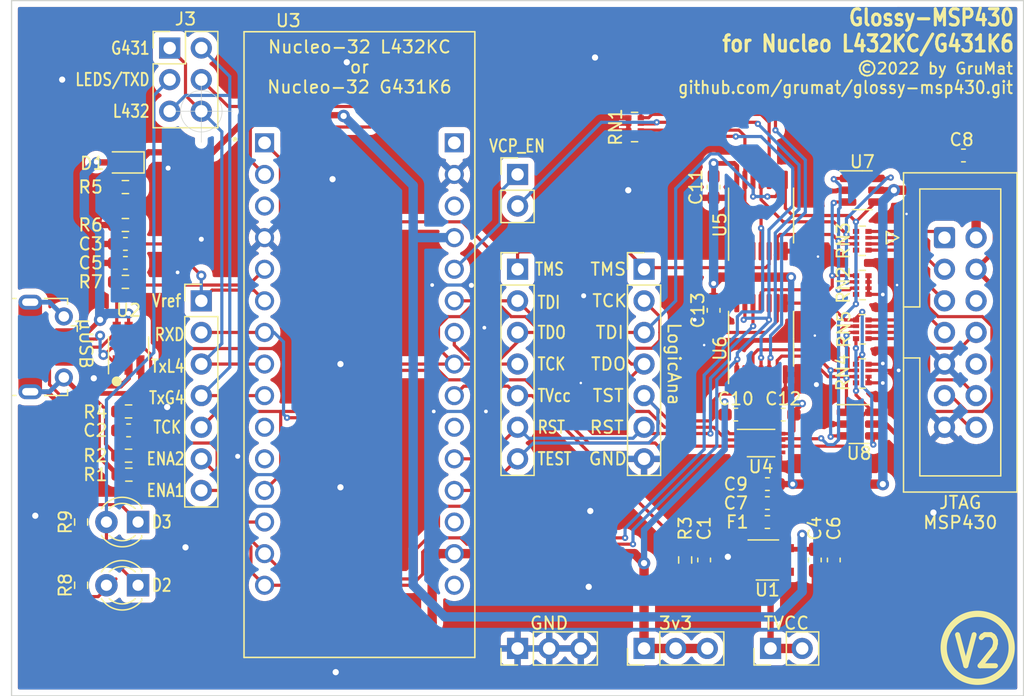
<source format=kicad_pcb>
(kicad_pcb (version 20211014) (generator pcbnew)
  (layers (0 "F.Cu" mixed) (31 "B.Cu" mixed) (35 "F.Paste" user) (37 "F.SilkS" user "F.Silkscreen") (38 "B.Mask" user) (39 "F.Mask" user) (44 "Edge.Cuts" user))
  (net 0 "")
  (net 1 "Net-(J1-Pad4)")
  (net 2 "GND")
  (net 3 "/JTDO")
  (net 4 "Net-(C1-Pad1)")
  (net 5 "/JTMS")
  (net 6 "/JTCK")
  (net 7 "/JTEST")
  (net 8 "/JRST")
  (net 9 "/JTXD")
  (net 10 "/JRXD")
  (net 11 "/mTDI")
  (net 12 "/mTMS")
  (net 13 "/mTCK")
  (net 14 "/mRST")
  (net 15 "/mTEST")
  (net 16 "/mRXD")
  (net 17 "/mTXD")
  (net 18 "/USB_DM")
  (net 19 "/VREF_2")
  (net 20 "/USB_DP")
  (net 21 "/LEDS")
  (net 22 "+5V")
  (net 23 "Net-(D3-Pad1)")
  (net 24 "Net-(D2-Pad2)")
  (net 25 "/TXD_L4")
  (net 26 "/TXD_G4")
  (net 27 "Net-(F1-Pad1)")
  (net 30 "/mTDO")
  (net 31 "/TVref")
  (net 32 "/DM")
  (net 33 "/DP")
  (net 34 "/mTVCC")
  (net 35 "VBUS")
  (net 36 "/JTDI")
  (net 37 "/SHIELD")
  (net 39 "VCC")
  (net 40 "+3V3")
  (net 41 "/PA2")
  (net 42 "/ENA3N")
  (net 43 "/SBWO")
  (net 44 "/rRST")
  (net 45 "/rTDI")
  (net 46 "/rTMS")
  (net 47 "/rTDO")
  (net 48 "/rTCK")
  (net 49 "/rTEST")
  (net 50 "/rTXD")
  (net 51 "/rRXD")
  (net 61 "/ENA2N")
  (net 62 "/ENA1N")
  (footprint "Package_SO:VSSOP-8_2.3x2mm_P0.5mm" (layer "F.Cu") (at 161.798 110.49)
    (fp_text reference "U4")
    (fp_text value "74AVCH2T45DC")
  )
  (footprint "Capacitor_SMD:C_0603_1608Metric_Pad1.08x0.95mm_HandSolder" (layer "F.Cu") (at 157.226 119.888 90)
    (fp_text reference "C1")
    (fp_text value "100nF")
  )
  (footprint "Connector_PinHeader_2.54mm:PinHeader_2x03_P2.54mm_Vertical" (layer "F.Cu") (at 114.3 78.74)
    (fp_text reference "J3")
    (fp_text value "L4_G4")
  )
  (footprint "Connector_PinHeader_2.54mm:PinHeader_1x03_P2.54mm_Vertical" (layer "F.Cu") (at 142.24 127 90)
    (fp_text reference "J6" hide)
    (fp_text value "GND" hide)
  )
  (footprint "Resistor_SMD:R_0603_1608Metric_Pad0.98x0.95mm_HandSolder" (layer "F.Cu") (at 110.744 92.964)
    (fp_text reference "R6")
    (fp_text value "4K7")
  )
  (footprint "LED_THT:LED_D3.0mm" (layer "F.Cu") (at 111.76 121.92 180)
    (fp_text reference "D2")
    (fp_text value "RED")
  )
  (footprint "Connector_PinHeader_2.54mm:PinHeader_1x02_P2.54mm_Vertical" (layer "F.Cu") (at 162.56 127 90)
    (fp_text reference "J9" hide)
    (fp_text value "TVCC" hide)
  )
  (footprint "Capacitor_SMD:C_0603_1608Metric_Pad1.08x0.95mm_HandSolder" (layer "F.Cu") (at 110.744 96.012 180)
    (fp_text reference "C5")
    (fp_text value "22p")
  )
  (footprint "Connector_IDC:IDC-Header_2x07_P2.54mm_Vertical" (layer "F.Cu") (at 176.53 93.98)
    (fp_text reference "J2" hide)
    (fp_text value "JTAG" hide)
  )
  (footprint "Capacitor_SMD:C_0603_1608Metric_Pad1.08x0.95mm_HandSolder" (layer "F.Cu") (at 159.766 108.204 180)
    (fp_text reference "C10")
    (fp_text value "100nF")
  )
  (footprint "Fuse:Fuse_0603_1608Metric_Pad1.05x0.95mm_HandSolder" (layer "F.Cu") (at 162.306 116.84)
    (fp_text reference "F1")
    (fp_text value "0603L010YR")
  )
  (footprint "Package_TO_SOT_SMD:SOT-23-6_Handsoldering" (layer "F.Cu") (at 110.998 102.87 90)
    (fp_text reference "U2")
    (fp_text value "SRV05-4")
  )
  (footprint "Resistor_SMD:R_Array_Convex_4x0402" (layer "F.Cu") (at 169.926 101.346)
    (fp_text reference "RN5")
    (fp_text value "100")
  )
  (footprint "Connector_PinHeader_2.54mm:PinHeader_1x07_P2.54mm_Vertical" (layer "F.Cu") (at 116.84 99.06)
    (fp_text reference "J7" hide)
    (fp_text value "Conn_01x07")
  )
  (footprint "Capacitor_SMD:C_0603_1608Metric_Pad1.08x0.95mm_HandSolder" (layer "F.Cu") (at 167.64 119.888 -90)
    (fp_text reference "C6")
    (fp_text value "100nF")
  )
  (footprint "Connector_PinHeader_2.54mm:PinHeader_1x07_P2.54mm_Vertical" (layer "F.Cu") (at 142.24 96.52)
    (fp_text reference "J8" hide)
    (fp_text value "Conn_01x07_Male")
  )
  (footprint "Capacitor_SMD:C_0603_1608Metric_Pad1.08x0.95mm_HandSolder" (layer "F.Cu") (at 110.744 94.488 180)
    (fp_text reference "C3")
    (fp_text value "100nF")
  )
  (footprint "Capacitor_SMD:C_0603_1608Metric_Pad1.08x0.95mm_HandSolder" (layer "F.Cu") (at 162.306 115.316 180)
    (fp_text reference "C7")
    (fp_text value "10uF")
  )
  (footprint "LED_THT:LED_D3.0mm" (layer "F.Cu") (at 111.76 116.84 180)
    (fp_text reference "D3")
    (fp_text value "GREEN")
  )
  (footprint "Package_SO:TSSOP-14_4.4x5mm_P0.65mm" (layer "F.Cu") (at 161.798 102.108 90)
    (fp_text reference "U6")
    (fp_text value "74LVC125APW")
  )
  (footprint "Resistor_SMD:R_0603_1608Metric_Pad0.98x0.95mm_HandSolder" (layer "F.Cu") (at 155.702 119.888 90)
    (fp_text reference "R3")
    (fp_text value "10K")
  )
  (footprint "Capacitor_SMD:C_0603_1608Metric_Pad1.08x0.95mm_HandSolder" (layer "F.Cu") (at 162.306 113.792 180)
    (fp_text reference "C9")
    (fp_text value "100nF")
  )
  (footprint "Resistor_SMD:R_Array_Convex_4x0402" (layer "F.Cu") (at 169.926 94.234)
    (fp_text reference "RN3")
    (fp_text value "100")
  )
  (footprint "Connector_PinHeader_2.54mm:PinHeader_1x03_P2.54mm_Vertical" (layer "F.Cu") (at 152.4 127 90)
    (fp_text reference "J5" hide)
    (fp_text value "3v3" hide)
  )
  (footprint "Capacitor_SMD:C_0603_1608Metric_Pad1.08x0.95mm_HandSolder" (layer "F.Cu") (at 110.998 109.474 180)
    (fp_text reference "C2")
    (fp_text value "22p")
  )
  (footprint "Package_SO:TSSOP-14_4.4x5mm_P0.65mm" (layer "F.Cu") (at 161.798 92.202 90)
    (fp_text reference "U5")
    (fp_text value "74LVC125APW")
  )
  (footprint "Resistor_SMD:R_Array_Convex_4x0402" (layer "F.Cu") (at 169.926 104.902)
    (fp_text reference "RN4")
    (fp_text value "47k")
  )
  (footprint "Package_TO_SOT_SMD:SOT-23-5_HandSoldering" (layer "F.Cu") (at 162.306 119.888)
    (fp_text reference "U1")
    (fp_text value "AD8531ARTZ")
  )
  (footprint "Resistor_SMD:R_0603_1608Metric_Pad0.98x0.95mm_HandSolder" (layer "F.Cu") (at 107.188 121.92 90)
    (fp_text reference "R8")
    (fp_text value "1K")
  )
  (footprint "Resistor_SMD:R_Array_Convex_4x0402" (layer "F.Cu") (at 151.638 85.09 180)
    (fp_text reference "RN1")
    (fp_text value "47k")
  )
  (footprint "Resistor_SMD:R_0603_1608Metric_Pad0.98x0.95mm_HandSolder" (layer "F.Cu") (at 110.744 97.536 180)
    (fp_text reference "R7")
    (fp_text value "22")
  )
  (footprint "Package_TO_SOT_SMD:SOT-23-6" (layer "F.Cu") (at 169.926 90.17)
    (fp_text reference "U7")
    (fp_text value "SRV05-4")
  )
  (footprint "Connector_PinHeader_2.54mm:PinHeader_1x02_P2.54mm_Vertical" (layer "F.Cu") (at 142.24 88.9)
    (fp_text reference "J4" hide)
    (fp_text value "VCP")
  )
  (footprint "Resistor_SMD:R_0603_1608Metric_Pad0.98x0.95mm_HandSolder" (layer "F.Cu") (at 110.998 111.506 180)
    (fp_text reference "R2")
    (fp_text value "100K")
  )
  (footprint "lib:MODULE_NUCLEO-L432KC" (layer "F.Cu") (at 129.54 102.575)
    (fp_text reference "U3")
    (fp_text value "NUCLEO-L432KC")
  )
  (footprint "Resistor_SMD:R_0603_1608Metric_Pad0.98x0.95mm_HandSolder" (layer "F.Cu") (at 107.188 116.84 -90)
    (fp_text reference "R9")
    (fp_text value "1K")
  )
  (footprint "Capacitor_SMD:C_0603_1608Metric_Pad1.08x0.95mm_HandSolder" (layer "F.Cu") (at 157.988 99.822 90)
    (fp_text reference "C13")
    (fp_text value "100nF")
  )
  (footprint "Capacitor_SMD:C_0603_1608Metric_Pad1.08x0.95mm_HandSolder" (layer "F.Cu") (at 157.988 89.916 90)
    (fp_text reference "C11")
    (fp_text value "100nF")
  )
  (footprint "Connector_PinHeader_2.54mm:PinHeader_1x07_P2.54mm_Vertical" (layer "F.Cu") (at 152.4 96.52)
    (fp_text reference "J10" hide)
    (fp_text value "LogicAna")
  )
  (footprint "lib:USB_Micro-B_Molex-105017-0001-handsolder" (layer "F.Cu") (at 104.3361 102.7684 -90)
    (fp_text reference "J1" hide)
    (fp_text value "USB_B_Micro" hide)
  )
  (footprint "Resistor_SMD:R_Array_Convex_4x0402" (layer "F.Cu") (at 169.926 97.79)
    (fp_text reference "RN2")
    (fp_text value "47k")
  )
  (footprint "Capacitor_SMD:C_0603_1608Metric_Pad1.08x0.95mm_HandSolder" (layer "F.Cu") (at 166.116 119.888 90)
    (fp_text reference "C4")
    (fp_text value "10uF")
  )
  (footprint "Resistor_SMD:R_0603_1608Metric_Pad0.98x0.95mm_HandSolder" (layer "F.Cu") (at 110.998 107.95 180)
    (fp_text reference "R4")
    (fp_text value "22")
  )
  (footprint "Capacitor_SMD:C_0603_1608Metric_Pad1.08x0.95mm_HandSolder" (layer "F.Cu") (at 178.054 87.376 180)
    (fp_text reference "C8")
    (fp_text value "100nF")
  )
  (footprint "Resistor_SMD:R_0603_1608Metric_Pad0.98x0.95mm_HandSolder" (layer "F.Cu") (at 110.744 89.916)
    (fp_text reference "R5")
    (fp_text value "4K7")
  )
  (footprint "Package_TO_SOT_SMD:SOT-23-6" (layer "F.Cu") (at 169.672 108.966)
    (fp_text reference "U8")
    (fp_text value "SRV05-4")
  )
  (footprint "Diode_SMD:D_SOD-323" (layer "F.Cu") (at 110.744 87.9348 180)
    (fp_text reference "D1")
    (fp_text value "PMEG4010BEA,115")
  )
  (footprint "Capacitor_SMD:C_0603_1608Metric_Pad1.08x0.95mm_HandSolder" (layer "F.Cu") (at 163.576 108.204)
    (fp_text reference "C12")
    (fp_text value "100nF")
  )
  (footprint "Resistor_SMD:R_0603_1608Metric_Pad0.98x0.95mm_HandSolder" (layer "F.Cu") (at 111.0215 113.03 180)
    (fp_text reference "R1")
    (fp_text value "33K")
  )
  (gr_circle (center 179.197 126.9492) (end 181.928123 126.9492) (layer "F.SilkS") (width 0.5) (fill none))
  (gr_circle (center 110.044322 105.537) (end 110.386044 105.537) (layer "F.SilkS") (width 0.12) (fill solid))
  (gr_line (start 101.6 74.93) (end 182.88 74.93) (layer "Edge.Cuts") (width 0.1))
  (gr_line (start 182.88 74.93) (end 182.88 130.81) (layer "Edge.Cuts") (width 0.1))
  (gr_line (start 101.6 130.81) (end 101.6 74.93) (layer "Edge.Cuts") (width 0.1))
  (gr_line (start 182.88 130.81) (end 101.6 130.81) (layer "Edge.Cuts") (width 0.1))
  (gr_text "©2022 by GruMat" (at 182.118 80.391) (layer "F.SilkS") (effects (font (size 0.9 0.9)) (justify right)))
  (gr_text "TMS" (at 143.57 96.52) (layer "F.SilkS") (effects (font (size 1 0.8)) (justify left)))
  (gr_text "Vref" (at 115.316 99.06) (layer "F.SilkS") (effects (font (size 1 0.8)) (justify right)))
  (gr_text "RST" (at 150.8598 109.22) (layer "F.SilkS") (effects (font (size 1 1)) (justify right)))
  (gr_text "TxL4" (at 115.57 104.32) (layer "F.SilkS") (effects (font (size 1 0.8)) (justify right)))
  (gr_text "TDI" (at 143.764 99.187) (layer "F.SilkS") (effects (font (size 1 0.8)) (justify left)))
  (gr_text "3v3" (at 154.94 124.968) (layer "F.SilkS") (effects (font (size 1 1))))
  (gr_text "TVCC" (at 163.83 124.968) (layer "F.SilkS") (effects (font (size 1 1))))
  (gr_text "Glossy-MSP430\nfor Nucleo L432KC/G431K6" (at 182.245 77.343) (layer "F.SilkS") (effects (font (size 1.3 1.1) (thickness 0.25)) (justify right)))
  (gr_text "LEDS/TXD" (at 112.776 81.28) (layer "F.SilkS") (effects (font (size 1 0.8)) (justify right)))
  (gr_text "G431" (at 112.783 78.755) (layer "F.SilkS") (effects (font (size 1 0.8)) (justify right)))
  (gr_text "V2" (at 179.197 127.254) (layer "F.SilkS") (effects (font (size 2.5 2) (thickness 0.4))))
  (gr_text "VCP_EN" (at 144.526 86.614) (layer "F.SilkS") (effects (font (size 1 0.8)) (justify right)))
  (gr_text "TxG4" (at 115.57 106.86) (layer "F.SilkS") (effects (font (size 1 0.8)) (justify right)))
  (gr_text "L432" (at 112.776 83.82) (layer "F.SilkS") (effects (font (size 1 0.8)) (justify right)))
  (gr_text "TMS" (at 151.0538 96.52) (layer "F.SilkS") (effects (font (size 1 1)) (justify right)))
  (gr_text "TCK" (at 151.1138 99.06) (layer "F.SilkS") (effects (font (size 1 1)) (justify right)))
  (gr_text "LogicAna" (at 154.813 104.14 270) (layer "F.SilkS") (effects (font (size 1 1))))
  (gr_text "TDO" (at 143.764 101.6) (layer "F.SilkS") (effects (font (size 1 0.8)) (justify left)))
  (gr_text "ENA1" (at 115.57 114.3) (layer "F.SilkS") (effects (font (size 1 0.8)) (justify right)))
  (gr_text "TCK" (at 115.316 109.22) (layer "F.SilkS") (effects (font (size 1 0.8)) (justify right)))
  (gr_text "TST" (at 150.8598 106.68) (layer "F.SilkS") (effects (font (size 1 1)) (justify right)))
  (gr_text "ENA2" (at 115.57 111.76) (layer "F.SilkS") (effects (font (size 1 0.8)) (justify right)))
  (gr_text "Nucleo-32 L432KC\nor\nNucleo-32 G431K6" (at 129.54 80.264) (layer "F.SilkS") (effects (font (size 1 1))))
  (gr_text "JTAG\nMSP430" (at 177.8 116.078) (layer "F.SilkS") (effects (font (size 1 1))))
  (gr_text "TVcc" (at 143.764 106.68) (layer "F.SilkS") (effects (font (size 1 0.8)) (justify left)))
  (gr_text "RXD" (at 115.57 101.78) (layer "F.SilkS") (effects (font (size 1 0.8)) (justify right)))
  (gr_text "github.com/grumat/glossy-msp430.git" (at 182.118 81.915) (layer "F.SilkS") (effects (font (size 1 0.9)) (justify right)))
  (gr_text "GND" (at 151.1138 111.76) (layer "F.SilkS") (effects (font (size 1 1)) (justify right)))
  (gr_text "TCK" (at 143.764 104.14) (layer "F.SilkS") (effects (font (size 1 0.8)) (justify left)))
  (gr_text "TDI" (at 150.8598 101.6) (layer "F.SilkS") (effects (font (size 1 1)) (justify right)))
  (gr_text "RST" (at 143.764 109.22) (layer "F.SilkS") (effects (font (size 1 0.8)) (justify left)))
  (gr_text "µUSB" (at 107.569 102.489 270) (layer "F.SilkS") (effects (font (size 1 1))))
  (gr_text "TEST" (at 143.764 111.76) (layer "F.SilkS") (effects (font (size 1 0.8)) (justify left)))
  (gr_text "TDO" (at 151.0538 104.14) (layer "F.SilkS") (effects (font (size 1 1)) (justify right)))
  (gr_text "GND" (at 144.78 124.968) (layer "F.SilkS") (effects (font (size 1 1))))
  (target plus (at 116.84 83.82) (size 5) (width 0.05) (layer "Edge.Cuts"))
  (segment (start 104.648 103.632) (end 104.648 105.791) (width 0.254) (layer "F.Cu") (net 1))
  (segment (start 104.8616 103.4184) (end 104.648 103.632) (width 0.254) (layer "F.Cu") (net 1))
  (segment (start 105.918 107.061) (end 108.4345 107.061) (width 0.254) (layer "F.Cu") (net 1))
  (segment (start 108.4345 107.061) (end 109.14475 107.77125) (width 0.254) (layer "F.Cu") (net 1))
  (segment (start 104.648 105.791) (end 105.918 107.061) (width 0.254) (layer "F.Cu") (net 1))
  (segment (start 105.8861 103.4184) (end 104.8616 103.4184) (width 0.254) (layer "F.Cu") (net 1))
  (segment (start 109.14475 110.56525) (end 110.0855 111.506) (width 0.254) (layer "F.Cu") (net 1))
  (segment (start 109.14475 107.77125) (end 109.14475 110.56525) (width 0.254) (layer "F.Cu") (net 1))
  (segment (start 157.226 119.0255) (end 158.7235 119.0255) (width 0.381) (layer "F.Cu") (net 2))
  (segment (start 105.8861 104.0684) (end 106.9894 104.0684) (width 0.381) (layer "F.Cu") (net 2))
  (segment (start 160.248 111.24) (end 161.556 111.24) (width 0.254) (layer "F.Cu") (net 2))
  (segment (start 157.607 102.235) (end 157.226 102.616) (width 0.381) (layer "F.Cu") (net 2))
  (segment (start 114.6302 102.8954) (end 126.7714 102.8954) (width 0.254) (layer "F.Cu") (net 2))
  (segment (start 162.7135 107.0345) (end 162.7135 108.204) (width 0.254) (layer "F.Cu") (net 2))
  (segment (start 161.4435 115.316) (end 161.4435 113.792) (width 0.381) (layer "F.Cu") (net 2))
  (segment (start 110.363 105.918) (end 108.839 105.918) (width 0.381) (layer "F.Cu") (net 2))
  (segment (start 156.464 100.584) (end 156.8715 100.6845) (width 0.508) (layer "F.Cu") (net 2))
  (segment (start 114.0968 107.5944) (end 114.0968 103.4288) (width 0.254) (layer "F.Cu") (net 2))
  (segment (start 156.8715 100.6845) (end 157.988 100.6845) (width 0.508) (layer "F.Cu") (net 2))
  (segment (start 166.116 120.7505) (end 167.64 120.7505) (width 0.508) (layer "F.Cu") (net 2))
  (segment (start 110.998 104.22) (end 110.998 105.283) (width 0.381) (layer "F.Cu") (net 2))
  (segment (start 114.0968 103.4288) (end 114.6302 102.8954) (width 0.254) (layer "F.Cu") (net 2))
  (segment (start 108.839 105.918) (end 108.204 105.283) (width 0.381) (layer "F.Cu") (net 2))
  (segment (start 110.1355 109.731) (end 111.9105 111.506) (width 0.381) (layer "F.Cu") (net 2))
  (segment (start 160.956 119.888) (end 159.385 119.888) (width 0.381) (layer "F.Cu") (net 2))
  (segment (start 163.748 104.9705) (end 163.748 106) (width 0.254) (layer "F.Cu") (net 2))
  (segment (start 161.671 108.204) (end 161.671 111.125) (width 0.381) (layer "F.Cu") (net 2))
  (segment (start 172.843 104.652) (end 172.847 104.648) (width 0.254) (layer "F.Cu") (net 2))
  (segment (start 126.7714 102.8954) (end 128.016 104.14) (width 0.254) (layer "F.Cu") (net 2))
  (segment (start 159.131 119.433) (end 159.131 119.634) (width 0.381) (layer "F.Cu") (net 2))
  (segment (start 106.9894 104.0684) (end 108.204 105.283) (width 0.381) (layer "F.Cu") (net 2))
  (segment (start 110.1355 109.474) (end 110.1355 109.731) (width 0.381) (layer "F.Cu") (net 2))
  (segment (start 161.556 111.24) (end 163.348 111.24) (width 0.254) (layer "F.Cu") (net 2))
  (segment (start 163.748 106) (end 162.7135 107.0345) (width 0.254) (layer "F.Cu") (net 2))
  (segment (start 166.116 101.854) (end 165.735 102.235) (width 0.381) (layer "F.Cu") (net 2))
  (segment (start 160.6285 108.204) (end 161.671 108.204) (width 0.381) (layer "F.Cu") (net 2))
  (segment (start 161.4435 113.792) (end 161.4435 111.3525) (width 0.381) (layer "F.Cu") (net 2))
  (segment (start 160.498 95.0645) (end 159.848 95.0645) (width 0.254) (layer "F.Cu") (net 2))
  (segment (start 161.4435 111.3525) (end 161.556 111.24) (width 0.381) (layer "F.Cu") (net 2))
  (segment (start 110.998 105.283) (end 110.363 105.918) (width 0.381) (layer "F.Cu") (net 2))
  (segment (start 170.426 104.652) (end 172.843 104.652) (width 0.254) (layer "F.Cu") (net 2))
  (segment (start 165.735 102.235) (end 157.607 102.235) (width 0.381) (layer "F.Cu") (net 2))
  (segment (start 161.671 111.125) (end 161.556 111.24) (width 0.381) (layer "F.Cu") (net 2))
  (segment (start 161.671 108.204) (end 162.7135 108.204) (width 0.381) (layer "F.Cu") (net 2))
  (segment (start 158.7235 119.0255) (end 159.131 119.433) (width 0.381) (layer "F.Cu") (net 2))
  (segment (start 159.385 119.888) (end 159.131 119.634) (width 0.381) (layer "F.Cu") (net 2))
  (via (at 103.505 116.332) (size 1) (drill 0.5) (layers "F.Cu" "B.Cu") (net 2))
  (via (at 156.464 100.584) (size 0.6) (drill 0.3) (layers "F.Cu" "B.Cu") (net 2))
  (via (at 138.5316 97.8154) (size 0.8) (drill 0.4) (layers "F.Cu" "B.Cu") (net 2))
  (via (at 175.641 116.078) (size 1) (drill 0.5) (layers "F.Cu" "B.Cu") (net 2))
  (via (at 173.482 92.075) (size 0.5) (drill 0.2) (layers "F.Cu" "B.Cu") (net 2))
  (via (at 108.204 105.283) (size 1) (drill 0.5) (layers "F.Cu" "B.Cu") (net 2))
  (via (at 148.463 79.502) (size 1) (drill 0.5) (layers "F.Cu" "B.Cu") (net 2))
  (via (at 166.243 105.791) (size 0.8) (drill 0.4) (layers "F.Cu" "B.Cu") (net 2))
  (via (at 159.131 119.634) (size 1) (drill 0.5) (layers "F.Cu" "B.Cu") (net 2))
  (via (at 119.761 111.5568) (size 0.8) (drill 0.4) (layers "F.Cu" "B.Cu") (net 2))
  (via (at 127.635 128.905) (size 1) (drill 0.5) (layers "F.Cu" "B.Cu") (net 2))
  (via (at 128.016 104.14) (size 1) (drill 0.5) (layers "F.Cu" "B.Cu") (net 2))
  (via (at 166.37 95.504) (size 0.5) (drill 0.2) (layers "F.Cu" "B.Cu") (net 2))
  (via (at 157.226 102.616) (size 0.5) (drill 0.2) (layers "F.Cu" "B.Cu") (net 2))
  (via (at 139.573 101.219) (size 0.6) (drill 0.3) (layers "F.Cu" "B.Cu") (net 2))
  (via (at 114.935 96.774) (size 0.6) (drill 0.3) (layers "F.Cu" "B.Cu") (net 2))
  (via (at 128.016 114.046) (size 1) (drill 0.5) (layers "F.Cu" "B.Cu") (net 2))
  (via (at 172.72 97.79) (size 0.5) (drill 0.2) (layers "F.Cu" "B.Cu") (net 2))
  (via (at 135.382 97.79) (size 0.6) (drill 0.3) (layers "F.Cu" "B.Cu") (net 2))
  (via (at 151.13 90.17) (size 1) (drill 0.5) (layers "F.Cu" "B.Cu") (net 2))
  (via (at 148.082 115.951) (size 1) (drill 0.5) (layers "F.Cu" "B.Cu") (net 2))
  (via (at 139.7 107.95) (size 0.6) (drill 0.3) (layers "F.Cu" "B.Cu") (net 2))
  (via (at 147.32 105.664) (size 0.5) (drill 0.2) (layers "F.Cu" "B.Cu") (net 2))
  (via (at 116.84 94.107) (size 0.8) (drill 0.4) (layers "F.Cu" "B.Cu") (net 2))
  (via (at 172.847 104.648) (size 0.6) (drill 0.3) (layers "F.Cu" "B.Cu") (net 2))
  (via (at 166.116 101.854) (size 0.5) (drill 0.2) (layers "F.Cu" "B.Cu") (net 2))
  (via (at 127.381 89.281) (size 1) (drill 0.5) (layers "F.Cu" "B.Cu") (net 2))
  (via (at 114.173 88.392) (size 0.8) (drill 0.4) (layers "F.Cu" "B.Cu") (net 2))
  (via (at 115.57 118.872) (size 1) (drill 0.5) (layers "F.Cu" "B.Cu") (net 2))
  (via (at 114.0968 107.5944) (size 1) (drill 0.5) (layers "F.Cu" "B.Cu") (net 2))
  (via (at 105.664 81.28) (size 1) (drill 0.5) (layers "F.Cu" "B.Cu") (net 2))
  (via (at 147.955 122.047) (size 1) (drill 0.5) (layers "F.Cu" "B.Cu") (net 2))
  (via (at 147.5486 98.6536) (size 0.8) (drill 0.4) (layers "F.Cu" "B.Cu") (net 2))
  (via (at 135.509 107.95) (size 0.6) (drill 0.3) (layers "F.Cu" "B.Cu") (net 2))
  (via (at 128.524 79.883) (size 1) (drill 0.5) (layers "F.Cu" "B.Cu") (net 2))
  (segment (start 128.016 114.046) (end 128.016 115.062) (width 0.254) (layer "B.Cu") (net 2))
  (segment (start 135.382 97.79) (end 138.5062 97.79) (width 0.254) (layer "B.Cu") (net 2))
  (segment (start 119.761 112.903) (end 119.888 113.03) (width 0.254) (layer "B.Cu") (net 2))
  (segment (start 127.508 115.57) (end 118.872 115.57) (width 0.254) (layer "B.Cu") (net 2))
  (segment (start 127.635 113.03) (end 128.016 113.411) (width 0.254) (layer "B.Cu") (net 2))
  (segment (start 119.888 113.03) (end 127.635 113.03) (width 0.254) (layer "B.Cu") (net 2))
  (segment (start 119.761 111.5568) (end 119.761 112.903) (width 0.254) (layer "B.Cu") (net 2))
  (segment (start 138.5062 97.79) (end 138.5316 97.8154) (width 0.254) (layer "B.Cu") (net 2))
  (segment (start 135.509 107.95) (end 139.7 107.95) (width 0.254) (layer "B.Cu") (net 2))
  (segment (start 128.016 113.411) (end 128.016 114.046) (width 0.254) (layer "B.Cu") (net 2))
  (segment (start 128.016 115.062) (end 127.508 115.57) (width 0.254) (layer "B.Cu") (net 2))
  (segment (start 118.872 115.57) (end 115.57 118.872) (width 0.254) (layer "B.Cu") (net 2))
  (segment (start 170.426 93.484) (end 176.034 93.484) (width 0.254) (layer "F.Cu") (net 3))
  (segment (start 176.034 93.484) (end 176.53 93.98) (width 0.254) (layer "F.Cu") (net 3))
  (segment (start 155.702 120.8005) (end 155.7395 120.838) (width 0.381) (layer "F.Cu") (net 4))
  (segment (start 155.7395 120.838) (end 160.956 120.838) (width 0.381) (layer "F.Cu") (net 4))
  (segment (start 174.752 94.742) (end 174.752 96.012) (width 0.254) (layer "F.Cu") (net 5))
  (segment (start 175.26 96.52) (end 175.26 97.79) (width 0.254) (layer "F.Cu") (net 5))
  (segment (start 174.752 96.012) (end 175.26 96.52) (width 0.254) (layer "F.Cu") (net 5))
  (segment (start 170.426 94.484) (end 174.494 94.484) (width 0.254) (layer "F.Cu") (net 5))
  (segment (start 174.494 94.484) (end 174.752 94.742) (width 0.254) (layer "F.Cu") (net 5))
  (segment (start 175.26 97.79) (end 176.53 99.06) (width 0.254) (layer "F.Cu") (net 5))
  (segment (start 170.426 100.596) (end 175.526 100.596) (width 0.254) (layer "F.Cu") (net 6))
  (segment (start 175.526 100.596) (end 176.53 101.6) (width 0.254) (layer "F.Cu") (net 6))
  (segment (start 177.8 102.87) (end 179.07 101.6) (width 0.254) (layer "F.Cu") (net 7))
  (segment (start 173.994 101.096) (end 175.768 102.87) (width 0.254) (layer "F.Cu") (net 7))
  (segment (start 175.768 102.87) (end 177.8 102.87) (width 0.254) (layer "F.Cu") (net 7))
  (segment (start 170.426 101.096) (end 173.994 101.096) (width 0.254) (layer "F.Cu") (net 7))
  (segment (start 176.022 100.33) (end 179.578 100.33) (width 0.254) (layer "F.Cu") (net 8))
  (segment (start 174.752 96.774) (end 174.752 98.044) (width 0.254) (layer "F.Cu") (net 8))
  (segment (start 174.244 95.25) (end 174.244 96.266) (width 0.254) (layer "F.Cu") (net 8))
  (segment (start 170.426 94.984) (end 173.978 94.984) (width 0.254) (layer "F.Cu") (net 8))
  (segment (start 180.34 101.092) (end 180.34 107.188) (width 0.254) (layer "F.Cu") (net 8))
  (segment (start 174.752 98.044) (end 175.26 98.552) (width 0.254) (layer "F.Cu") (net 8))
  (segment (start 177.038 106.68) (end 176.53 106.68) (width 0.254) (layer "F.Cu") (net 8))
  (segment (start 175.26 98.552) (end 175.26 99.568) (width 0.254) (layer "F.Cu") (net 8))
  (segment (start 173.978 94.984) (end 174.244 95.25) (width 0.254) (layer "F.Cu") (net 8))
  (segment (start 180.34 107.188) (end 179.578 107.95) (width 0.254) (layer "F.Cu") (net 8))
  (segment (start 179.578 100.33) (end 180.34 101.092) (width 0.254) (layer "F.Cu") (net 8))
  (segment (start 178.308 107.95) (end 177.038 106.68) (width 0.254) (layer "F.Cu") (net 8))
  (segment (start 179.578 107.95) (end 178.308 107.95) (width 0.254) (layer "F.Cu") (net 8))
  (segment (start 175.26 99.568) (end 176.022 100.33) (width 0.254) (layer "F.Cu") (net 8))
  (segment (start 174.244 96.266) (end 174.752 96.774) (width 0.254) (layer "F.Cu") (net 8))
  (segment (start 175.768 105.41) (end 177.8 105.41) (width 0.254) (layer "F.Cu") (net 9))
  (segment (start 173.732 101.596) (end 175.26 103.124) (width 0.254) (layer "F.Cu") (net 9))
  (segment (start 175.26 104.902) (end 175.768 105.41) (width 0.254) (layer "F.Cu") (net 9))
  (segment (start 175.26 103.124) (end 175.26 104.902) (width 0.254) (layer "F.Cu") (net 9))
  (segment (start 177.8 105.41) (end 179.07 106.68) (width 0.254) (layer "F.Cu") (net 9))
  (segment (start 170.426 101.596) (end 173.732 101.596) (width 0.254) (layer "F.Cu") (net 9))
  (segment (start 170.426 102.096) (end 173.47 102.096) (width 0.254) (layer "F.Cu") (net 10))
  (segment (start 173.47 102.096) (end 174.752 103.378) (width 0.254) (layer "F.Cu") (net 10))
  (segment (start 178.562 109.22) (end 179.07 109.22) (width 0.254) (layer "F.Cu") (net 10))
  (segment (start 177.292 107.95) (end 178.562 109.22) (width 0.254) (layer "F.Cu") (net 10))
  (segment (start 174.752 107.188) (end 175.514 107.95) (width 0.254) (layer "F.Cu") (net 10))
  (segment (start 174.752 103.378) (end 174.752 107.188) (width 0.254) (layer "F.Cu") (net 10))
  (segment (start 175.514 107.95) (end 177.292 107.95) (width 0.254) (layer "F.Cu") (net 10))
  (segment (start 161.163 90.678) (end 161.163 89.3545) (width 0.254) (layer "F.Cu") (net 11))
  (segment (start 149.352 100.584) (end 143.764 100.584) (width 0.254) (layer "F.Cu") (net 11))
  (segment (start 142.24 99.06) (end 137.16 99.06) (width 0.254) (layer "F.Cu") (net 11))
  (segment (start 163.098 89.3395) (end 163.098 90.521) (width 0.254) (layer "F.Cu") (net 11))
  (segment (start 163.098 90.521) (end 162.941 90.678) (width 0.254) (layer "F.Cu") (net 11))
  (segment (start 162.941 90.678) (end 162.306 90.678) (width 0.254) (layer "F.Cu") (net 11))
  (segment (start 161.163 89.3545) (end 161.148 89.3395) (width 0.254) (layer "F.Cu") (net 11))
  (segment (start 152.4 101.6) (end 150.368 101.6) (width 0.254) (layer "F.Cu") (net 11))
  (segment (start 150.368 101.6) (end 149.352 100.584) (width 0.254) (layer "F.Cu") (net 11))
  (segment (start 143.764 100.584) (end 142.24 99.06) (width 0.254) (layer "F.Cu") (net 11))
  (via (at 161.163 90.678) (size 0.5) (drill 0.2) (layers "F.Cu" "B.Cu") (net 11))
  (via (at 162.306 90.678) (size 0.5) (drill 0.2) (layers "F.Cu" "B.Cu") (net 11))
  (segment (start 154.94 90.043) (end 154.94 99.06) (width 0.254) (layer "B.Cu") (net 11))
  (segment (start 161.163 90.043) (end 158.369 87.249) (width 0.254) (layer "B.Cu") (net 11))
  (segment (start 161.163 90.678) (end 161.163 90.043) (width 0.254) (layer "B.Cu") (net 11))
  (segment (start 158.369 87.249) (end 157.734 87.249) (width 0.254) (layer "B.Cu") (net 11))
  (segment (start 162.306 90.678) (end 161.163 90.678) (width 0.254) (layer "B.Cu") (net 11))
  (segment (start 154.94 99.06) (end 152.4 101.6) (width 0.254) (layer "B.Cu") (net 11))
  (segment (start 157.734 87.249) (end 154.94 90.043) (width 0.254) (layer "B.Cu") (net 11))
  (segment (start 152.4 96.52) (end 152.4 96.393) (width 0.254) (layer "F.Cu") (net 12))
  (segment (start 162.448 96.124) (end 162.179 96.393) (width 0.254) (layer "F.Cu") (net 12))
  (segment (start 142.367 95.123) (end 140.208 95.123) (width 0.254) (layer "F.Cu") (net 12))
  (segment (start 123.571 92.71) (end 123.19 92.329) (width 0.254) (layer "F.Cu") (net 12))
  (segment (start 123.19 92.329) (end 123.19 87.63) (width 0.254) (layer "F.Cu") (net 12))
  (segment (start 162.179 96.393) (end 152.527 96.393) (width 0.254) (layer "F.Cu") (net 12))
  (segment (start 152.4 96.393) (end 151.13 95.123) (width 0.254) (layer "F.Cu") (net 12))
  (segment (start 137.795 92.71) (end 123.571 92.71) (width 0.254) (layer "F.Cu") (net 12))
  (segment (start 151.13 95.123) (end 142.367 95.123) (width 0.254) (layer "F.Cu") (net 12))
  (segment (start 162.448 95.0645) (end 162.448 96.124) (width 0.254) (layer "F.Cu") (net 12))
  (segment (start 142.24 95.25) (end 142.367 95.123) (width 0.254) (layer "F.Cu") (net 12))
  (segment (start 123.19 87.63) (end 121.92 86.36) (width 0.254) (layer "F.Cu") (net 12))
  (segment (start 142.24 96.52) (end 142.24 95.25) (width 0.254) (layer "F.Cu") (net 12))
  (segment (start 140.208 95.123) (end 137.795 92.71) (width 0.254) (layer "F.Cu") (net 12))
  (segment (start 152.527 96.393) (end 152.4 96.52) (width 0.254) (layer "F.Cu") (net 12))
  (segment (start 136.652 100.33) (end 137.668 100.33) (width 0.254) (layer "F.Cu") (net 13))
  (segment (start 140.97 99.568) (end 141.732 100.33) (width 0.254) (layer "F.Cu") (net 13))
  (segment (start 153.67 100.33) (end 153.67 101.6) (width 0.254) (layer "F.Cu") (net 13))
  (segment (start 127 107.95) (end 123.2154 107.95) (width 0.254) (layer "F.Cu") (net 13))
  (segment (start 130.81 104.14) (end 127 107.95) (width 0.254) (layer "F.Cu") (net 13))
  (segment (start 153.67 101.6) (end 153.67 102.235) (width 0.254) (layer "F.Cu") (net 13))
  (segment (start 137.668 100.33) (end 138.43 99.568) (width 0.254) (layer "F.Cu") (net 13))
  (segment (start 138.43 99.568) (end 140.97 99.568) (width 0.254) (layer "F.Cu") (net 13))
  (segment (start 141.732 100.33) (end 142.875 100.33) (width 0.254) (layer "F.Cu") (net 13))
  (segment (start 142.24 104.14) (end 137.16 104.14) (width 0.254) (layer "F.Cu") (net 13))
  (segment (start 162.179 101.6) (end 153.67 101.6) (width 0.254) (layer "F.Cu") (net 13))
  (segment (start 142.875 100.33) (end 143.637 101.092) (width 0.254) (layer "F.Cu") (net 13))
  (segment (start 118.11 107.95) (end 116.84 109.22) (width 0.254) (layer "F.Cu") (net 13))
  (segment (start 137.16 104.14) (end 130.81 104.14) (width 0.254) (layer "F.Cu") (net 13))
  (segment (start 135.89 102.87) (end 135.89 101.092) (width 0.254) (layer "F.Cu") (net 13))
  (segment (start 121.92 114.3) (end 123.2154 113.0046) (width 0.254) (layer "F.Cu") (net 13))
  (segment (start 149.098 101.092) (end 150.876 102.87) (width 0.254) (layer "F.Cu") (net 13))
  (segment (start 123.2154 107.95) (end 118.11 107.95) (width 0.254) (layer "F.Cu") (net 13))
  (segment (start 163.098 99.2455) (end 163.098 100.681) (width 0.254) (layer "F.Cu") (net 13))
  (segment (start 163.098 100.681) (end 162.179 101.6) (width 0.254) (layer "F.Cu") (net 13))
  (segment (start 135.89 101.092) (end 136.652 100.33) (width 0.254) (layer "F.Cu") (net 13))
  (segment (start 137.16 104.14) (end 135.89 102.87) (width 0.254) (layer "F.Cu") (net 13))
  (segment (start 150.876 102.87) (end 153.035 102.87) (width 0.254) (layer "F.Cu") (net 13))
  (segment (start 153.035 102.87) (end 153.67 102.235) (width 0.254) (layer "F.Cu") (net 13))
  (segment (start 153.67 100.33) (end 152.4 99.06) (width 0.254) (layer "F.Cu") (net 13))
  (segment (start 143.637 101.092) (end 149.098 101.092) (width 0.254) (layer "F.Cu") (net 13))
  (segment (start 123.2154 113.0046) (end 123.2154 107.95) (width 0.254) (layer "F.Cu") (net 13))
  (segment (start 161.148 101.077) (end 161.163 101.092) (width 0.254) (layer "F.Cu") (net 14))
  (segment (start 139.7 111.76) (end 142.24 109.22) (width 0.254) (layer "F.Cu") (net 14))
  (segment (start 152.4 109.22) (end 152.908 109.728) (width 0.254) (layer "F.Cu") (net 14))
  (segment (start 137.16 111.76) (end 139.7 111.76) (width 0.254) (layer "F.Cu") (net 14))
  (segment (start 152.908 109.728) (end 157.734 109.728) (width 0.254) (layer "F.Cu") (net 14))
  (segment (start 161.148 99.2455) (end 161.148 101.077) (width 0.254) (layer "F.Cu") (net 14))
  (via (at 157.734 109.728) (size 0.5) (drill 0.2) (layers "F.Cu" "B.Cu") (net 14))
  (via (at 161.163 101.092) (size 0.5) (drill 0.2) (layers "F.Cu" "B.Cu") (net 14))
  (segment (start 161.163 101.092) (end 159.258 102.997) (width 0.254) (layer "B.Cu") (net 14))
  (segment (start 159.258 102.997) (end 159.258 103.759) (width 0.254) (layer "B.Cu") (net 14))
  (segment (start 159.258 103.759) (end 157.734 105.283) (width 0.254) (layer "B.Cu") (net 14))
  (segment (start 151.514 110.106) (end 152.4 109.22) (width 0.254) (layer "B.Cu") (net 14))
  (segment (start 142.24 109.22) (end 143.129 110.109) (width 0.254) (layer "B.Cu") (net 14))
  (segment (start 143.132 110.106) (end 151.514 110.106) (width 0.254) (layer "B.Cu") (net 14))
  (segment (start 157.734 105.283) (end 157.734 109.728) (width 0.254) (layer "B.Cu") (net 14))
  (segment (start 143.129 110.109) (end 143.132 110.106) (width 0.254) (layer "B.Cu") (net 14))
  (segment (start 160.498 106.329) (end 160.498 104.9705) (width 0.254) (layer "F.Cu") (net 15))
  (segment (start 157.988 108.458) (end 157.988 107.061) (width 0.254) (layer "F.Cu") (net 15))
  (segment (start 160.274 106.553) (end 160.498 106.329) (width 0.254) (layer "F.Cu") (net 15))
  (segment (start 157.734 108.712) (end 157.988 108.458) (width 0.254) (layer "F.Cu") (net 15))
  (segment (start 139.7 114.3) (end 142.24 111.76) (width 0.254) (layer "F.Cu") (net 15))
  (segment (start 152.4 106.68) (end 154.432 108.712) (width 0.254) (layer "F.Cu") (net 15))
  (segment (start 137.16 114.3) (end 139.7 114.3) (width 0.254) (layer "F.Cu") (net 15))
  (segment (start 158.496 106.553) (end 160.274 106.553) (width 0.254) (layer "F.Cu") (net 15))
  (segment (start 154.432 108.712) (end 157.734 108.712) (width 0.254) (layer "F.Cu") (net 15))
  (segment (start 157.988 107.061) (end 158.496 106.553) (width 0.254) (layer "F.Cu") (net 15))
  (segment (start 143.51 110.49) (end 142.24 111.76) (width 0.254) (layer "B.Cu") (net 15))
  (segment (start 152.781 110.49) (end 143.51 110.49) (width 0.254) (layer "B.Cu") (net 15))
  (segment (start 153.507 107.787) (end 153.507 109.764) (width 0.254) (layer "B.Cu") (net 15))
  (segment (start 152.4 106.68) (end 153.507 107.787) (width 0.254) (layer "B.Cu") (net 15))
  (segment (start 153.507 109.764) (end 152.781 110.49) (width 0.254) (layer "B.Cu") (net 15))
  (segment (start 127.381 108.458) (end 131.191 104.648) (width 0.254) (layer "F.Cu") (net 16))
  (segment (start 153.289 110.49) (end 153.539 110.74) (width 0.254) (layer "F.Cu") (net 16))
  (segment (start 123.7219 108.458) (end 127.381 108.458) (width 0.254) (layer "F.Cu") (net 16))
  (segment (start 135.89 104.648) (end 136.652 105.41) (width 0.254) (layer "F.Cu") (net 16))
  (segment (start 136.652 105.41) (end 142.875 105.41) (width 0.254) (layer "F.Cu") (net 16))
  (segment (start 116.84 101.6) (end 121.92 101.6) (width 0.254) (layer "F.Cu") (net 16))
  (segment (start 131.191 104.648) (end 135.89 104.648) (width 0.254) (layer "F.Cu") (net 16))
  (segment (start 153.539 110.74) (end 160.248 110.74) (width 0.254) (layer "F.Cu") (net 16))
  (segment (start 147.955 110.49) (end 153.289 110.49) (width 0.254) (layer "F.Cu") (net 16))
  (segment (start 142.875 105.41) (end 147.955 110.49) (width 0.254) (layer "F.Cu") (net 16))
  (via (at 123.7219 108.458) (size 0.5) (drill 0.2) (layers "F.Cu" "B.Cu") (net 16))
  (segment (start 123.7219 108.458) (end 123.444 108.1801) (width 0.254) (layer "B.Cu") (net 16))
  (segment (start 123.444 108.1801) (end 123.444 102.362) (width 0.254) (layer "B.Cu") (net 16))
  (segment (start 122.682 101.6) (end 121.92 101.6) (width 0.254) (layer "B.Cu") (net 16))
  (segment (start 123.444 102.362) (end 122.682 101.6) (width 0.254) (layer "B.Cu") (net 16))
  (segment (start 162.448 104.9705) (end 162.448 103.744) (width 0.254) (layer "F.Cu") (net 17))
  (segment (start 141.224 82.296) (end 151.638 82.296) (width 0.254) (layer "F.Cu") (net 17))
  (segment (start 129.54 83.439) (end 131.445 83.439) (width 0.254) (layer "F.Cu") (net 17))
  (segment (start 162.052 83.566) (end 162.9545 84.4685) (width 0.254) (layer "F.Cu") (net 17))
  (segment (start 151.638 82.296) (end 152.908 83.566) (width 0.254) (layer "F.Cu") (net 17))
  (segment (start 116.84 81.28) (end 118.999 83.439) (width 0.254) (layer "F.Cu") (net 17))
  (segment (start 162.448 103.744) (end 162.56 103.632) (width 0.254) (layer "F.Cu") (net 17))
  (segment (start 162.9545 84.4685) (end 162.9545 85.344) (width 0.254) (layer "F.Cu") (net 17))
  (segment (start 159.004 83.566) (end 162.052 83.566) (width 0.254) (layer "F.Cu") (net 17))
  (segment (start 132.588 82.296) (end 141.224 82.296) (width 0.254) (layer "F.Cu") (net 17))
  (segment (start 152.908 83.566) (end 159.004 83.566) (width 0.254) (layer "F.Cu") (net 17))
  (segment (start 132.08 82.804) (end 132.461 82.423) (width 0.254) (layer "F.Cu") (net 17))
  (segment (start 132.461 82.423) (end 132.588 82.296) (width 0.254) (layer "F.Cu") (net 17))
  (segment (start 131.445 83.439) (end 132.08 82.804) (width 0.254) (layer "F.Cu") (net 17))
  (segment (start 118.999 83.439) (end 129.54 83.439) (width 0.254) (layer "F.Cu") (net 17))
  (via (at 162.56 103.632) (size 0.5) (drill 0.2) (layers "F.Cu" "B.Cu") (net 17))
  (via (at 162.9545 85.344) (size 0.5) (drill 0.2) (layers "F.Cu" "B.Cu") (net 17))
  (segment (start 163.449 93.853) (end 165.354 91.948) (width 0.254) (layer "B.Cu") (net 17))
  (segment (start 165.354 91.948) (end 165.354 87.7435) (width 0.254) (layer "B.Cu") (net 17))
  (segment (start 162.56 101.854) (end 163.449 100.965) (width 0.254) (layer "B.Cu") (net 17))
  (segment (start 163.449 100.965) (end 163.449 93.853) (width 0.254) (layer "B.Cu") (net 17))
  (segment (start 165.354 87.7435) (end 162.9545 85.344) (width 0.254) (layer "B.Cu") (net 17))
  (segment (start 162.56 101.854) (end 162.56 103.632) (width 0.254) (layer "B.Cu") (net 17))
  (segment (start 117.602 110.49) (end 118.11 110.998) (width 0.254) (layer "F.Cu") (net 18))
  (segment (start 120.018 114.394942) (end 120.018 116.462) (width 0.254) (layer "F.Cu") (net 18))
  (segment (start 118.11 112.486942) (end 120.018 114.394942) (width 0.254) (layer "F.Cu") (net 18))
  (segment (start 120.396 116.84) (end 121.92 116.84) (width 0.254) (layer "F.Cu") (net 18))
  (segment (start 111.9105 107.95) (end 111.9105 109.424) (width 0.254) (layer "F.Cu") (net 18))
  (segment (start 120.018 116.462) (end 120.396 116.84) (width 0.254) (layer "F.Cu") (net 18))
  (segment (start 118.11 110.998) (end 118.11 112.486942) (width 0.254) (layer "F.Cu") (net 18))
  (segment (start 111.8605 109.474) (end 111.8605 110.3365) (width 0.254) (layer "F.Cu") (net 18))
  (segment (start 112.014 110.49) (end 117.602 110.49) (width 0.254) (layer "F.Cu") (net 18))
  (segment (start 111.9105 109.424) (end 111.8605 109.474) (width 0.254) (layer "F.Cu") (net 18))
  (segment (start 111.8605 110.3365) (end 112.014 110.49) (width 0.254) (layer "F.Cu") (net 18))
  (segment (start 111.619 91.44) (end 111.619 92.9265) (width 0.254) (layer "F.Cu") (net 19))
  (segment (start 109.8315 89.916) (end 110.095 89.916) (width 0.254) (layer "F.Cu") (net 19))
  (segment (start 111.619 92.9265) (end 111.6565 92.964) (width 0.254) (layer "F.Cu") (net 19))
  (segment (start 117.7036 98.1964) (end 121.0564 98.1964) (width 0.254) (layer "F.Cu") (net 19))
  (segment (start 114.3 94.488) (end 116.84 97.028) (width 0.254) (layer "F.Cu") (net 19))
  (segment (start 111.6065 94.488) (end 114.3 94.488) (width 0.254) (layer "F.Cu") (net 19))
  (segment (start 111.6565 92.964) (end 111.6565 94.438) (width 0.254) (layer "F.Cu") (net 19))
  (segment (start 121.0564 98.1964) (end 121.92 99.06) (width 0.254) (layer "F.Cu") (net 19))
  (segment (start 116.84 99.06) (end 117.7036 98.1964) (width 0.254) (layer "F.Cu") (net 19))
  (segment (start 110.095 89.916) (end 111.619 91.44) (width 0.254) (layer "F.Cu") (net 19))
  (segment (start 111.6565 94.438) (end 111.6065 94.488) (width 0.254) (layer "F.Cu") (net 19))
  (via (at 116.84 97.028) (size 0.8) (drill 0.4) (layers "F.Cu" "B.Cu") (net 19))
  (segment (start 116.84 97.028) (end 116.84 99.06) (width 0.254) (layer "B.Cu") (net 19))
  (segment (start 111.9105 97.79) (end 111.6565 97.536) (width 0.254) (layer "F.Cu") (net 20))
  (segment (start 120.65 97.79) (end 111.9105 97.79) (width 0.254) (layer "F.Cu") (net 20))
  (segment (start 120.65 97.79) (end 121.92 96.52) (width 0.254) (layer "F.Cu") (net 20))
  (segment (start 111.6065 97.486) (end 111.6565 97.536) (width 0.254) (layer "F.Cu") (net 20))
  (segment (start 111.6065 96.012) (end 111.6065 97.486) (width 0.254) (layer "F.Cu") (net 20))
  (segment (start 109.22 119.38) (end 111.76 121.92) (width 0.254) (layer "F.Cu") (net 21))
  (segment (start 109.22 116.84) (end 109.22 119.38) (width 0.254) (layer "F.Cu") (net 21))
  (segment (start 113.03 82.55) (end 114.3 81.28) (width 0.254) (layer "B.Cu") (net 21))
  (segment (start 109.22 107.025942) (end 113.03 103.215942) (width 0.254) (layer "B.Cu") (net 21))
  (segment (start 109.22 116.84) (end 109.22 107.025942) (width 0.254) (layer "B.Cu") (net 21))
  (segment (start 113.03 103.215942) (end 113.03 82.55) (width 0.254) (layer "B.Cu") (net 21))
  (segment (start 165.1 118.872) (end 165.2535 119.0255) (width 0.381) (layer "F.Cu") (net 22))
  (segment (start 117.743736 87.122) (end 120.724736 84.141) (width 0.508) (layer "F.Cu") (net 22))
  (segment (start 111.794 87.9348) (end 112.6068 87.122) (width 0.508) (layer "F.Cu") (net 22))
  (segment (start 167.64 119.0255) (end 166.116 119.0255) (width 0.508) (layer "F.Cu") (net 22))
  (segment (start 166.116 119.0255) (end 165.2535 119.0255) (width 0.381) (layer "F.Cu") (net 22))
  (segment (start 112.6068 87.122) (end 117.743736 87.122) (width 0.508) (layer "F.Cu") (net 22))
  (segment (start 165.2535 119.0255) (end 163.7435 119.0255) (width 0.381) (layer "F.Cu") (net 22))
  (segment (start 163.7435 119.0255) (end 163.656 118.938) (width 0.381) (layer "F.Cu") (net 22))
  (segment (start 165.1 117.856) (end 165.1 118.872) (width 0.381) (layer "F.Cu") (net 22))
  (segment (start 128.27 84.201) (end 128.21 84.141) (width 0.508) (layer "F.Cu") (net 22))
  (segment (start 128.21 84.141) (end 120.724736 84.141) (width 0.508) (layer "F.Cu") (net 22))
  (via (at 165.1 117.856) (size 0.8) (drill 0.4) (layers "F.Cu" "B.Cu") (net 22))
  (via (at 128.27 84.201) (size 1) (drill 0.5) (layers "F.Cu" "B.Cu") (net 22))
  (segment (start 133.985 93.98) (end 133.858 94.107) (width 0.75) (layer "B.Cu") (net 22))
  (segment (start 165.1 122.428) (end 165.1 117.856) (width 0.75) (layer "B.Cu") (net 22))
  (segment (start 133.858 121.92) (end 136.398 124.46) (width 0.75) (layer "B.Cu") (net 22))
  (segment (start 128.27 84.201) (end 133.858 89.789) (width 0.75) (layer "B.Cu") (net 22))
  (segment (start 133.858 89.789) (end 133.858 94.107) (width 0.75) (layer "B.Cu") (net 22))
  (segment (start 136.398 124.46) (end 163.068 124.46) (width 0.75) (layer "B.Cu") (net 22))
  (segment (start 133.858 94.107) (end 133.858 121.92) (width 0.75) (layer "B.Cu") (net 22))
  (segment (start 137.16 93.98) (end 133.985 93.98) (width 0.75) (layer "B.Cu") (net 22))
  (segment (start 163.068 124.46) (end 165.1 122.428) (width 0.75) (layer "B.Cu") (net 22))
  (segment (start 110.363 115.443) (end 107.6725 115.443) (width 0.254) (layer "F.Cu") (net 23))
  (segment (start 111.76 116.84) (end 110.363 115.443) (width 0.254) (layer "F.Cu") (net 23))
  (segment (start 107.6725 115.443) (end 107.188 115.9275) (width 0.254) (layer "F.Cu") (net 23))
  (segment (start 108.5615 122.8325) (end 109.982 121.412) (width 0.254) (layer "F.Cu") (net 24))
  (segment (start 107.188 122.8325) (end 108.5615 122.8325) (width 0.254) (layer "F.Cu") (net 24))
  (segment (start 121.92 104.14) (end 116.84 104.14) (width 0.254) (layer "F.Cu") (net 25))
  (segment (start 115.57 80.01) (end 115.57 82.55) (width 0.254) (layer "F.Cu") (net 25))
  (segment (start 115.57 82.55) (end 116.84 83.82) (width 0.254) (layer "F.Cu") (net 25))
  (segment (start 114.3 78.74) (end 115.57 80.01) (width 0.254) (layer "F.Cu") (net 25))
  (segment (start 118.487414 85.467414) (end 118.487414 102.492586) (width 0.254) (layer "B.Cu") (net 25))
  (segment (start 116.84 83.82) (end 118.487414 85.467414) (width 0.254) (layer "B.Cu") (net 25))
  (segment (start 118.487414 102.492586) (end 116.84 104.14) (width 0.254) (layer "B.Cu") (net 25))
  (segment (start 121.92 106.68) (end 116.84 106.68) (width 0.254) (layer "F.Cu") (net 26))
  (segment (start 114.3 83.82) (end 115.57 82.55) (width 0.254) (layer "B.Cu") (net 26))
  (segment (start 115.57 82.55) (end 119.126 82.55) (width 0.254) (layer "B.Cu") (net 26))
  (segment (start 119.126 81.026) (end 119.126 82.55) (width 0.254) (layer "B.Cu") (net 26))
  (segment (start 116.84 78.74) (end 119.126 81.026) (width 0.254) (layer "B.Cu") (net 26))
  (segment (start 119.126 104.394) (end 116.84 106.68) (width 0.254) (layer "B.Cu") (net 26))
  (segment (start 119.126 82.55) (end 119.126 104.394) (width 0.254) (layer "B.Cu") (net 26))
  (segment (start 161.431 116.84) (end 161.431 118.463) (width 0.381) (layer "F.Cu") (net 27))
  (segment (start 161.431 118.463) (end 160.956 118.938) (width 0.381) (layer "F.Cu") (net 27))
  (segment (start 138.3 103.756) (end 140.846 103.756) (width 0.254) (layer "F.Cu") (net 30))
  (segment (start 137.16 101.6) (end 137.16 102.616) (width 0.254) (layer "F.Cu") (net 30))
  (segment (start 151.003 107.315) (end 151.638 107.95) (width 0.254) (layer "F.Cu") (net 30))
  (segment (start 151.384 104.14) (end 148.844 101.6) (width 0.254) (layer "F.Cu") (net 30))
  (segment (start 151.638 107.95) (end 152.781 107.95) (width 0.254) (layer "F.Cu") (net 30))
  (segment (start 152.4 104.14) (end 151.384 104.14) (width 0.254) (layer "F.Cu") (net 30))
  (segment (start 152.4 104.14) (end 151.003 105.537) (width 0.254) (layer "F.Cu") (net 30))
  (segment (start 140.846 103.756) (end 142.24 102.362) (width 0.254) (layer "F.Cu") (net 30))
  (segment (start 154.051 109.22) (end 157.988 109.22) (width 0.254) (layer "F.Cu") (net 30))
  (segment (start 151.003 105.537) (end 151.003 107.315) (width 0.254) (layer "F.Cu") (net 30))
  (segment (start 142.24 102.362) (end 142.24 101.6) (width 0.254) (layer "F.Cu") (net 30))
  (segment (start 157.988 109.22) (end 159.008 110.24) (width 0.254) (layer "F.Cu") (net 30))
  (segment (start 159.008 110.24) (end 160.248 110.24) (width 0.254) (layer "F.Cu") (net 30))
  (segment (start 137.16 102.616) (end 138.3 103.756) (width 0.254) (layer "F.Cu") (net 30))
  (segment (start 148.844 101.6) (end 142.24 101.6) (width 0.254) (layer "F.Cu") (net 30))
  (segment (start 152.781 107.95) (end 154.051 109.22) (width 0.254) (layer "F.Cu") (net 30))
  (segment (start 180.594 94.996) (end 180.594 84.582) (width 0.381) (layer "F.Cu") (net 31))
  (segment (start 180.975 111.506) (end 180.213 112.268) (width 0.381) (layer "F.Cu") (net 31))
  (segment (start 175.133 112.268) (end 171.831 108.966) (width 0.381) (layer "F.Cu") (net 31))
  (segment (start 180.213 112.268) (end 175.133 112.268) (width 0.381) (layer "F.Cu") (net 31))
  (segment (start 171.831 108.966) (end 170.8095 108.966) (width 0.381) (layer "F.Cu") (net 31))
  (segment (start 110.744 89.027) (end 111.633 89.916) (width 0.381) (layer "F.Cu") (net 31))
  (segment (start 110.744 77.089) (end 110.744 89.027) (width 0.381) (layer "F.Cu") (net 31))
  (segment (start 111.633 89.916) (end 111.6565 89.916) (width 0.381) (layer "F.Cu") (net 31))
  (segment (start 112.014 75.819) (end 110.744 77.089) (width 0.381) (layer "F.Cu") (net 31))
  (segment (start 180.594 84.582) (end 171.831 75.819) (width 0.381) (layer "F.Cu") (net 31))
  (segment (start 171.831 75.819) (end 112.014 75.819) (width 0.381) (layer "F.Cu") (net 31))
  (segment (start 180.975 98.425) (end 180.975 111.506) (width 0.381) (layer "F.Cu") (net 31))
  (segment (start 179.07 96.52) (end 180.594 94.996) (width 0.381) (layer "F.Cu") (net 31))
  (segment (start 179.07 96.52) (end 180.975 98.425) (width 0.381) (layer "F.Cu") (net 31))
  (segment (start 109.061783 103.409217) (end 109.601 102.87) (width 0.254) (layer "F.Cu") (net 32))
  (segment (start 106.9275 102.13) (end 108.436 102.13) (width 0.254) (layer "F.Cu") (net 32))
  (segment (start 112.776 103.378) (end 112.776 105.791) (width 0.254) (layer "F.Cu") (net 32))
  (segment (start 109.601 102.87) (end 112.268 102.87) (width 0.254) (layer "F.Cu") (net 32))
  (segment (start 109.237217 103.409217) (end 110.048 104.22) (width 0.254) (layer "F.Cu") (net 32))
  (segment (start 108.975292 103.409217) (end 109.061783 103.409217) (width 0.254) (layer "F.Cu") (net 32))
  (segment (start 112.776 105.791) (end 110.617 107.95) (width 0.254) (layer "F.Cu") (net 32))
  (segment (start 108.436 102.13) (end 108.712 101.854) (width 0.254) (layer "F.Cu") (net 32))
  (segment (start 108.975292 103.409217) (end 109.237217 103.409217) (width 0.254) (layer "F.Cu") (net 32))
  (segment (start 110.617 107.95) (end 110.0855 107.95) (width 0.254) (layer "F.Cu") (net 32))
  (segment (start 112.268 102.87) (end 112.776 103.378) (width 0.254) (layer "F.Cu") (net 32))
  (segment (start 106.9159 102.1184) (end 105.8861 102.1184) (width 0.254) (layer "F.Cu") (net 32))
  (segment (start 106.9275 102.13) (end 106.9159 102.1184) (width 0.254) (layer "F.Cu") (net 32))
  (via (at 108.712 101.854) (size 0.8) (drill 0.4) (layers "F.Cu" "B.Cu") (net 32))
  (via (at 108.975292 103.409217) (size 0.8) (drill 0.4) (layers "F.Cu" "B.Cu") (net 32))
  (segment (start 108.712 103.145925) (end 108.975292 103.409217) (width 0.254) (layer "B.Cu") (net 32))
  (segment (start 108.712 101.854) (end 108.712 103.145925) (width 0.254) (layer "B.Cu") (net 32))
  (segment (start 106.9275 102.78) (end 106.9159 102.7684) (width 0.254) (layer "F.Cu") (net 33))
  (segment (start 110.048 97.7525) (end 110.048 101.52) (width 0.254) (layer "F.Cu") (net 33))
  (segment (start 109.8315 97.536) (end 110.048 97.7525) (width 0.254) (layer "F.Cu") (net 33))
  (segment (start 108.788 102.78) (end 110.048 101.52) (width 0.254) (layer "F.Cu") (net 33))
  (segment (start 106.9159 102.7684) (end 105.8861 102.7684) (width 0.254) (layer "F.Cu") (net 33))
  (segment (start 106.9275 102.78) (end 108.788 102.78) (width 0.254) (layer "F.Cu") (net 33))
  (segment (start 143.4065 106.68) (end 142.24 106.68) (width 0.254) (layer "F.Cu") (net 34))
  (segment (start 141.478 105.918) (end 142.24 106.68) (width 0.254) (layer "F.Cu") (net 34))
  (segment (start 137.16 106.68) (end 137.922 105.918) (width 0.254) (layer "F.Cu") (net 34))
  (segment (start 155.702 118.9755) (end 143.4065 106.68) (width 0.254) (layer "F.Cu") (net 34))
  (segment (start 137.922 105.918) (end 141.478 105.918) (width 0.254) (layer "F.Cu") (net 34))
  (segment (start 109.694 87.9348) (end 108.4326 87.9348) (width 0.508) (layer "F.Cu") (net 35))
  (segment (start 110.998 100.076) (end 110.998 101.52) (width 0.254) (layer "F.Cu") (net 35))
  (segment (start 107.8276 101.4684) (end 108.712 100.584) (width 0.381) (layer "F.Cu") (net 35))
  (segment (start 105.8861 101.4684) (end 107.8276 101.4684) (width 0.381) (layer "F.Cu") (net 35))
  (segment (start 108.4326 87.9348) (end 108.4072 87.9094) (width 0.508) (layer "F.Cu") (net 35))
  (via (at 110.998 100.076) (size 0.8) (drill 0.4) (layers "F.Cu" "B.Cu") (net 35))
  (via (at 108.4072 87.9094) (size 0.8) (drill 0.4) (layers "F.Cu" "B.Cu") (net 35))
  (via (at 108.712 100.584) (size 1) (drill 0.5) (layers "F.Cu" "B.Cu") (net 35))
  (segment (start 108.67871 100.55071) (end 108.67871 93.50529) (width 0.75) (layer "B.Cu") (net 35))
  (segment (start 107.442 92.26858) (end 107.442 88.8746) (width 0.75) (layer "B.Cu") (net 35))
  (segment (start 109.22 100.076) (end 110.998 100.076) (width 0.75) (layer "B.Cu") (net 35))
  (segment (start 108.67871 93.50529) (end 107.442 92.26858) (width 0.75) (layer "B.Cu") (net 35))
  (segment (start 108.712 100.584) (end 108.67871 100.55071) (width 0.75) (layer "B.Cu") (net 35))
  (segment (start 108.712 100.584) (end 109.22 100.076) (width 0.75) (layer "B.Cu") (net 35))
  (segment (start 107.442 88.8746) (end 108.4072 87.9094) (width 0.75) (layer "B.Cu") (net 35))
  (segment (start 170.426 93.984) (end 175.01 93.984) (width 0.254) (layer "F.Cu") (net 36))
  (segment (start 175.26 95.758) (end 176.022 96.52) (width 0.254) (layer "F.Cu") (net 36))
  (segment (start 175.01 93.984) (end 175.26 94.234) (width 0.254) (layer "F.Cu") (net 36))
  (segment (start 175.26 94.234) (end 175.26 95.758) (width 0.254) (layer "F.Cu") (net 36))
  (segment (start 176.022 96.52) (end 176.53 96.52) (width 0.254) (layer "F.Cu") (net 36))
  (segment (start 108.585 108.204) (end 108.585 111.506) (width 0.381) (layer "F.Cu") (net 37))
  (segment (start 111.948 105.476) (end 111.948 104.22) (width 0.381) (layer "F.Cu") (net 37))
  (segment (start 110.925 106.499) (end 111.948 105.476) (width 0.381) (layer "F.Cu") (net 37))
  (segment (start 108.077 107.696) (end 108.585 108.204) (width 0.381) (layer "F.Cu") (net 37))
  (segment (start 103.0986 106.3684) (end 104.4634 106.3684) (width 0.381) (layer "F.Cu") (net 37))
  (segment (start 103.0986 101.7684) (end 103.0986 103.7684) (width 0.381) (layer "F.Cu") (net 37))
  (segment (start 107.0792 106.499) (end 110.925 106.499) (width 0.381) (layer "F.Cu") (net 37))
  (segment (start 103.0986 99.1684) (end 103.0986 101.7684) (width 0.381) (layer "F.Cu") (net 37))
  (segment (start 103.0986 103.7684) (end 103.0986 106.3684) (width 0.381) (layer "F.Cu") (net 37))
  (segment (start 108.585 111.506) (end 110.109 113.03) (width 0.381) (layer "F.Cu") (net 37))
  (segment (start 105.791 107.696) (end 108.077 107.696) (width 0.381) (layer "F.Cu") (net 37))
  (segment (start 105.7986 105.2184) (end 107.0792 106.499) (width 0.381) (layer "F.Cu") (net 37))
  (segment (start 104.4634 106.3684) (end 105.791 107.696) (width 0.381) (layer "F.Cu") (net 37))
  (segment (start 104.6486 106.3684) (end 105.7986 105.2184) (width 0.381) (layer "B.Cu") (net 37))
  (segment (start 103.0986 106.3684) (end 104.6486 106.3684) (width 0.381) (layer "B.Cu") (net 37))
  (segment (start 104.6486 99.1684) (end 105.7986 100.3184) (width 0.381) (layer "B.Cu") (net 37))
  (segment (start 103.0986 99.1684) (end 104.6486 99.1684) (width 0.381) (layer "B.Cu") (net 37))
  (segment (start 170.426 97.54) (end 170.426 98.04) (width 0.254) (layer "F.Cu") (net 39))
  (segment (start 162.306 117.715) (end 162.306 119.488) (width 0.508) (layer "F.Cu") (net 39))
  (segment (start 157.988 89.0535) (end 157.988 88.011) (width 0.381) (layer "F.Cu") (net 39))
  (segment (start 158.496 97.155) (end 157.988 97.663) (width 0.75) (layer "F.Cu") (net 39))
  (segment (start 157.988 97.663) (end 157.988 98.9595) (width 0.381) (layer "F.Cu") (net 39))
  (segment (start 162.56 127) (end 162.56 121.934) (width 0.508) (layer "F.Cu") (net 39))
  (segment (start 179.07 90.17) (end 179.07 87.5295) (width 0.75) (layer "F.Cu") (net 39))
  (segment (start 162.56 121.934) (end 163.656 120.838) (width 0.508) (layer "F.Cu") (net 39))
  (segment (start 170.426 98.54) (end 171.565 98.54) (width 0.254) (layer "F.Cu") (net 39))
  (segment (start 159.848 99.2455) (end 159.848 97.364) (width 0.381) (layer "F.Cu") (net 39))
  (segment (start 164.211 97.155) (end 159.639 97.155) (width 0.75) (layer "F.Cu") (net 39))
  (segment (start 171.5205 104.152) (end 171.577 104.0955) (width 0.254) (layer "F.Cu") (net 39))
  (segment (start 163.1685 115.316) (end 163.1685 116.8275) (width 0.508) (layer "F.Cu") (net 39))
  (segment (start 164.338 113.792) (end 163.1685 113.792) (width 0.508) (layer "F.Cu") (net 39))
  (segment (start 170.426 105.652) (end 171.565 105.652) (width 0.254) (layer "F.Cu") (net 39))
  (segment (start 170.426 97.04) (end 170.426 97.54) (width 0.254) (layer "F.Cu") (net 39))
  (segment (start 163.348 109.74) (end 164.199 109.74) (width 0.254) (layer "F.Cu") (net 39))
  (segment (start 179.07 87.5295) (end 178.9165 87.376) (width 0.75) (layer "F.Cu") (net 39))
  (segment (start 164.338 113.792) (end 171.577 113.792) (width 0.75) (layer "F.Cu") (net 39))
  (segment (start 164.199 109.74) (end 164.4385 109.5005) (width 0.254) (layer "F.Cu") (net 39))
  (segment (start 162.306 119.488) (end 163.656 120.838) (width 0.508) (layer "F.Cu") (net 39))
  (segment (start 164.4385 109.5005) (end 164.4385 108.204) (width 0.254) (layer "F.Cu") (net 39))
  (segment (start 163.181 116.84) (end 162.306 117.715) (width 0.508) (layer "F.Cu") (net 39))
  (segment (start 172.466 90.17) (end 179.07 90.17) (width 0.75) (layer "F.Cu") (net 39))
  (segment (start 171.565 98.54) (end 171.577 98.552) (width 0.254) (layer "F.Cu") (net 39))
  (segment (start 171.565 105.652) (end 171.577 105.664) (width 0.254) (layer "F.Cu") (net 39))
  (segment (start 171.0635 90.17) (end 172.466 90.17) (width 0.508) (layer "F.Cu") (net 39))
  (segment (start 179.07 90.17) (end 179.07 93.98) (width 0.75) (layer "F.Cu") (net 39))
  (segment (start 164.4385 108.204) (end 164.4385 107.9765) (width 0.381) (layer "F.Cu") (net 39))
  (segment (start 159.848 89.3395) (end 159.848 88.22) (width 0.381) (layer "F.Cu") (net 39))
  (segment (start 162.56 127) (end 165.1 127) (width 0.75) (layer "F.Cu") (net 39))
  (segment (start 159.639 97.155) (end 158.496 97.155) (width 0.75) (layer "F.Cu") (net 39))
  (segment (start 159.848 88.22) (end 159.639 88.011) (width 0.381) (layer "F.Cu") (net 39))
  (segment (start 163.1685 116.8275) (end 163.181 116.84) (width 0.508) (layer "F.Cu") (net 39))
  (segment (start 159.639 88.011) (end 157.988 88.011) (width 0.381) (layer "F.Cu") (net 39))
  (segment (start 164.4385 107.9765) (end 165.1 107.315) (width 0.381) (layer "F.Cu") (net 39))
  (segment (start 159.848 97.364) (end 159.639 97.155) (width 0.381) (layer "F.Cu") (net 39))
  (segment (start 170.426 104.152) (end 171.5205 104.152) (width 0.254) (layer "F.Cu") (net 39))
  (segment (start 170.426 105.152) (end 170.426 105.652) (width 0.254) (layer "F.Cu") (net 39))
  (segment (start 163.1685 113.792) (end 163.1685 115.316) (width 0.508) (layer "F.Cu") (net 39))
  (segment (start 170.426 98.04) (end 170.426 98.54) (width 0.254) (layer "F.Cu") (net 39))
  (via (at 171.577 113.792) (size 1) (drill 0.5) (layers "F.Cu" "B.Cu") (net 39))
  (via (at 165.1 107.315) (size 0.6) (drill 0.3) (layers "F.Cu" "B.Cu") (net 39))
  (via (at 171.577 104.0955) (size 0.6) (drill 0.3) (layers "F.Cu" "B.Cu") (net 39))
  (via (at 172.466 90.17) (size 1) (drill 0.5) (layers "F.Cu" "B.Cu") (net 39))
  (via (at 171.577 98.552) (size 0.6) (drill 0.3) (layers "F.Cu" "B.Cu") (net 39))
  (via (at 164.211 97.155) (size 0.8) (drill 0.4) (layers "F.Cu" "B.Cu") (net 39))
  (via (at 157.988 88.011) (size 0.8) (drill 0.4) (layers "F.Cu" "B.Cu") (net 39))
  (via (at 164.338 113.792) (size 0.8) (drill 0.4) (layers "F.Cu" "B.Cu") (net 39))
  (via (at 171.577 105.664) (size 0.6) (drill 0.3) (layers "F.Cu" "B.Cu") (net 39))
  (via (at 157.988 97.663) (size 0.8) (drill 0.4) (layers "F.Cu" "B.Cu") (net 39))
  (segment (start 171.577 91.059) (end 172.466 90.17) (width 0.75) (layer "B.Cu") (net 39))
  (segment (start 171.577 113.792) (end 171.577 105.664) (width 0.75) (layer "B.Cu") (net 39))
  (segment (start 164.211 97.155) (end 164.211 107.315) (width 0.508) (layer "B.Cu") (net 39))
  (segment (start 165.1 107.315) (end 164.211 107.315) (width 0.508) (layer "B.Cu") (net 39))
  (segment (start 157.988 88.011) (end 157.988 97.663) (width 0.75) (layer "B.Cu") (net 39))
  (segment (start 164.211 113.665) (end 164.338 113.792) (width 0.508) (layer "B.Cu") (net 39))
  (segment (start 171.577 105.664) (end 171.577 98.552) (width 0.75) (layer "B.Cu") (net 39))
  (segment (start 164.211 107.315) (end 164.211 113.665) (width 0.508) (layer "B.Cu") (net 39))
  (segment (start 171.577 98.552) (end 171.577 91.059) (width 0.75) (layer "B.Cu") (net 39))
  (segment (start 134.4422 125.8824) (end 135.382 124.9426) (width 0.75) (layer "F.Cu") (net 40))
  (segment (start 135.382 124.9426) (end 135.382 123.952) (width 0.75) (layer "F.Cu") (net 40))
  (segment (start 158.9035 109.3735) (end 158.9035 108.204) (width 0.254) (layer "F.Cu") (net 40))
  (segment (start 137.16 119.38) (end 151.638 119.38) (width 0.75) (layer "F.Cu") (net 40))
  (segment (start 135.382 123.952) (end 135.382 119.888) (width 0.75) (layer "F.Cu") (net 40))
  (segment (start 152.4 127) (end 154.94 127) (width 0.75) (layer "F.Cu") (net 40))
  (segment (start 158.9035 107.2145) (end 158.877 107.188) (width 0.508) (layer "F.Cu") (net 40))
  (segment (start 160.248 109.74) (end 159.27 109.74) (width 0.254) (layer "F.Cu") (net 40))
  (segment (start 106.3225 121.0075) (end 105.791 121.539) (width 0.508) (layer "F.Cu") (net 40))
  (segment (start 105.791 124.079) (end 107.5944 125.8824) (width 0.75) (layer "F.Cu") (net 40))
  (segment (start 135.382 119.888) (end 135.89 119.38) (width 0.75) (layer "F.Cu") (net 40))
  (segment (start 151.638 119.38) (end 152.4 120.142) (width 0.75) (layer "F.Cu") (net 40))
  (segment (start 105.791 121.539) (end 105.791 124.079) (width 0.75) (layer "F.Cu") (net 40))
  (segment (start 158.9035 108.204) (end 158.9035 107.2145) (width 0.508) (layer "F.Cu") (net 40))
  (segment (start 107.188 121.0075) (end 106.3225 121.0075) (width 0.508) (layer "F.Cu") (net 40))
  (segment (start 152.4 127) (end 152.4 120.142) (width 0.75) (layer "F.Cu") (net 40))
  (segment (start 135.89 119.38) (end 137.16 119.38) (width 0.75) (layer "F.Cu") (net 40))
  (segment (start 159.27 109.74) (end 158.9035 109.3735) (width 0.254) (layer "F.Cu") (net 40))
  (segment (start 107.5944 125.8824) (end 134.4422 125.8824) (width 0.75) (layer "F.Cu") (net 40))
  (segment (start 154.94 127) (end 157.48 127) (width 0.75) (layer "F.Cu") (net 40))
  (via (at 152.4 120.142) (size 1) (drill 0.5) (layers "F.Cu" "B.Cu") (net 40))
  (via (at 158.877 107.188) (size 0.6) (drill 0.3) (layers "F.Cu" "B.Cu") (net 40))
  (segment (start 158.877 107.188) (end 158.877 110.998) (width 0.508) (layer "B.Cu") (net 40))
  (segment (start 158.877 110.998) (end 152.4 117.475) (width 0.508) (layer "B.Cu") (net 40))
  (segment (start 152.4 117.475) (end 152.4 120.142) (width 0.508) (layer "B.Cu") (net 40))
  (segment (start 137.16 96.52) (end 140.843 92.837) (width 0.254) (layer "B.Cu") (net 41))
  (segment (start 140.843 92.837) (end 140.843 90.297) (width 0.254) (layer "B.Cu") (net 41))
  (segment (start 140.843 90.297) (end 142.24 88.9) (width 0.254) (layer "B.Cu") (net 41))
  (segment (start 161.417 84.709) (end 161.544 84.836) (width 0.254) (layer "F.Cu") (net 42))
  (segment (start 153.285 84.84) (end 153.416 84.709) (width 0.254) (layer "F.Cu") (net 42))
  (segment (start 152.138 84.84) (end 153.285 84.84) (width 0.254) (layer "F.Cu") (net 42))
  (segment (start 153.416 84.709) (end 161.417 84.709) (width 0.254) (layer "F.Cu") (net 42))
  (segment (start 161.798 103.632) (end 161.798 104.9705) (width 0.254) (layer "F.Cu") (net 42))
  (via (at 161.798 103.632) (size 0.5) (drill 0.2) (layers "F.Cu" "B.Cu") (net 42))
  (via (at 161.544 84.836) (size 0.5) (drill 0.2) (layers "F.Cu" "B.Cu") (net 42))
  (via (at 153.416 84.709) (size 0.5) (drill 0.2) (layers "F.Cu" "B.Cu") (net 42))
  (segment (start 162.94 100.839) (end 161.798 101.981) (width 0.254) (layer "B.Cu") (net 42))
  (segment (start 162.941 95.377) (end 162.94 95.378) (width 0.254) (layer "B.Cu") (net 42))
  (segment (start 148.971 84.709) (end 142.24 91.44) (width 0.254) (layer "B.Cu") (net 42))
  (segment (start 164.846 88.138) (end 164.846 91.694) (width 0.254) (layer "B.Cu") (net 42))
  (segment (start 153.416 84.709) (end 148.971 84.709) (width 0.254) (layer "B.Cu") (net 42))
  (segment (start 161.544 84.836) (end 164.846 88.138) (width 0.254) (layer "B.Cu") (net 42))
  (segment (start 162.94 95.378) (end 162.94 100.839) (width 0.254) (layer "B.Cu") (net 42))
  (segment (start 162.941 93.599) (end 162.941 95.377) (width 0.254) (layer "B.Cu") (net 42))
  (segment (start 164.846 91.694) (end 162.941 93.599) (width 0.254) (layer "B.Cu") (net 42))
  (segment (start 161.798 101.981) (end 161.798 103.632) (width 0.254) (layer "B.Cu") (net 42))
  (segment (start 152.769 84.34) (end 153.035 84.074) (width 0.254) (layer "F.Cu") (net 43))
  (segment (start 153.035 84.074) (end 161.798 84.074) (width 0.254) (layer "F.Cu") (net 43))
  (segment (start 120.777 87.757) (end 120.777 85.217) (width 0.254) (layer "F.Cu") (net 43))
  (segment (start 162.448 84.724) (end 162.448 89.3395) (width 0.254) (layer "F.Cu") (net 43))
  (segment (start 132.588 82.931) (end 151.511 82.931) (width 0.254) (layer "F.Cu") (net 43))
  (segment (start 121.92 88.9) (end 120.777 87.757) (width 0.254) (layer "F.Cu") (net 43))
  (segment (start 152.138 83.558) (end 152.138 84.34) (width 0.254) (layer "F.Cu") (net 43))
  (segment (start 121.158 84.836) (end 125.603 84.836) (width 0.254) (layer "F.Cu") (net 43))
  (segment (start 152.138 84.34) (end 152.769 84.34) (width 0.254) (layer "F.Cu") (net 43))
  (segment (start 125.603 84.836) (end 125.857 85.09) (width 0.254) (layer "F.Cu") (net 43))
  (segment (start 161.798 84.074) (end 162.448 84.724) (width 0.254) (layer "F.Cu") (net 43))
  (segment (start 125.857 85.09) (end 130.429 85.09) (width 0.254) (layer "F.Cu") (net 43))
  (segment (start 130.429 85.09) (end 132.588 82.931) (width 0.254) (layer "F.Cu") (net 43))
  (segment (start 151.511 82.931) (end 152.138 83.558) (width 0.254) (layer "F.Cu") (net 43))
  (segment (start 120.777 85.217) (end 121.158 84.836) (width 0.254) (layer "F.Cu") (net 43))
  (segment (start 167.5145 97.0265) (end 169.4125 97.0265) (width 0.254) (layer "F.Cu") (net 44))
  (segment (start 161.798 98.425) (end 162.052 98.171) (width 0.254) (layer "F.Cu") (net 44))
  (segment (start 169.4125 97.0265) (end 169.426 97.04) (width 0.254) (layer "F.Cu") (net 44))
  (segment (start 161.798 99.2455) (end 161.798 98.425) (width 0.254) (layer "F.Cu") (net 44))
  (segment (start 167.706 91.12) (end 167.64 91.186) (width 0.254) (layer "F.Cu") (net 44))
  (segment (start 169.426 94.984) (end 169.426 97.04) (width 0.254) (layer "F.Cu") (net 44))
  (segment (start 168.7885 91.12) (end 167.706 91.12) (width 0.254) (layer "F.Cu") (net 44))
  (segment (start 167.5145 97.9155) (end 167.259 98.171) (width 0.254) (layer "F.Cu") (net 44))
  (segment (start 167.5145 97.0265) (end 167.5145 97.9155) (width 0.254) (layer "F.Cu") (net 44))
  (segment (start 167.259 98.171) (end 162.052 98.171) (width 0.254) (layer "F.Cu") (net 44))
  (via (at 167.64 91.186) (size 0.5) (drill 0.2) (layers "F.Cu" "B.Cu") (net 44))
  (via (at 167.5145 97.0265) (size 0.5) (drill 0.2) (layers "F.Cu" "B.Cu") (net 44))
  (segment (start 167.514 91.312) (end 167.64 91.186) (width 0.254) (layer "B.Cu") (net 44))
  (segment (start 167.514 97.026) (end 167.514 91.312) (width 0.254) (layer "B.Cu") (net 44))
  (segment (start 167.5145 97.0265) (end 167.514 97.026) (width 0.254) (layer "B.Cu") (net 44))
  (segment (start 172.146 89.22) (end 172.212 89.154) (width 0.254) (layer "F.Cu") (net 45))
  (segment (start 168.914 93.984) (end 168.656 93.726) (width 0.254) (layer "F.Cu") (net 45))
  (segment (start 161.798 89.3395) (end 161.798 90.932) (width 0.254) (layer "F.Cu") (net 45))
  (segment (start 168.656 97.5335) (end 169.4195 97.5335) (width 0.254) (layer "F.Cu") (net 45))
  (segment (start 169.426 93.984) (end 168.914 93.984) (width 0.254) (layer "F.Cu") (net 45))
  (segment (start 169.4195 97.5335) (end 169.426 97.54) (width 0.254) (layer "F.Cu") (net 45))
  (segment (start 163.576 92.71) (end 167.64 92.71) (width 0.254) (layer "F.Cu") (net 45))
  (segment (start 161.798 90.932) (end 163.576 92.71) (width 0.254) (layer "F.Cu") (net 45))
  (segment (start 167.64 92.71) (end 168.656 93.726) (width 0.254) (layer "F.Cu") (net 45))
  (segment (start 171.0635 89.22) (end 172.146 89.22) (width 0.254) (layer "F.Cu") (net 45))
  (via (at 168.656 97.5335) (size 0.5) (drill 0.2) (layers "F.Cu" "B.Cu") (net 45))
  (via (at 168.656 93.726) (size 0.5) (drill 0.2) (layers "F.Cu" "B.Cu") (net 45))
  (via (at 172.212 89.154) (size 0.5) (drill 0.2) (layers "F.Cu" "B.Cu") (net 45))
  (segment (start 168.656 92.456) (end 171.958 89.154) (width 0.254) (layer "B.Cu") (net 45))
  (segment (start 168.656 93.726) (end 168.656 97.5335) (width 0.254) (layer "B.Cu") (net 45))
  (segment (start 168.656 93.726) (end 168.656 92.456) (width 0.254) (layer "B.Cu") (net 45))
  (segment (start 171.958 89.154) (end 172.212 89.154) (width 0.254) (layer "B.Cu") (net 45))
  (segment (start 167.701 89.22) (end 167.64 89.281) (width 0.254) (layer "F.Cu") (net 46))
  (segment (start 168.271 94.484) (end 168.021 94.234) (width 0.254) (layer "F.Cu") (net 46))
  (segment (start 169.426 94.484) (end 168.271 94.484) (width 0.254) (layer "F.Cu") (net 46))
  (segment (start 168.902 98.171) (end 169.033 98.04) (width 0.254) (layer "F.Cu") (net 46))
  (segment (start 168.021 94.234) (end 167.513 93.726) (width 0.254) (layer "F.Cu") (net 46))
  (segment (start 168.021 98.171) (end 168.902 98.171) (width 0.254) (layer "F.Cu") (net 46))
  (segment (start 169.033 98.04) (end 169.426 98.04) (width 0.254) (layer "F.Cu") (net 46))
  (segment (start 163.098 95.0645) (end 163.098 93.95) (width 0.254) (layer "F.Cu") (net 46))
  (segment (start 168.7885 89.22) (end 167.701 89.22) (width 0.254) (layer "F.Cu") (net 46))
  (segment (start 163.098 93.95) (end 163.322 93.726) (width 0.254) (layer "F.Cu") (net 46))
  (segment (start 167.513 93.726) (end 163.322 93.726) (width 0.254) (layer "F.Cu") (net 46))
  (via (at 168.021 98.171) (size 0.5) (drill 0.2) (layers "F.Cu" "B.Cu") (net 46))
  (via (at 167.64 89.281) (size 0.5) (drill 0.2) (layers "F.Cu" "B.Cu") (net 46))
  (via (at 168.021 94.234) (size 0.5) (drill 0.2) (layers "F.Cu" "B.Cu") (net 46))
  (segment (start 168.148 91.567) (end 168.148 89.789) (width 0.254) (layer "B.Cu") (net 46))
  (segment (start 168.021 94.234) (end 168.021 91.821) (width 0.254) (layer "B.Cu") (net 46))
  (segment (start 168.021 91.694) (end 168.148 91.567) (width 0.254) (layer "B.Cu") (net 46))
  (segment (start 168.148 89.789) (end 167.64 89.281) (width 0.254) (layer "B.Cu") (net 46))
  (segment (start 168.021 91.821) (end 168.021 91.694) (width 0.254) (layer "B.Cu") (net 46))
  (segment (start 168.021 94.234) (end 168.021 98.171) (width 0.254) (layer "B.Cu") (net 46))
  (segment (start 164.338 92.202) (end 168.91 92.202) (width 0.254) (layer "F.Cu") (net 47))
  (segment (start 169.426 98.54) (end 169.426 99.306) (width 0.254) (layer "F.Cu") (net 47))
  (segment (start 163.748 91.612) (end 164.338 92.202) (width 0.254) (layer "F.Cu") (net 47))
  (segment (start 171.0635 91.12) (end 171.008 91.12) (width 0.254) (layer "F.Cu") (net 47))
  (segment (start 169.426 93.484) (end 169.426 92.718) (width 0.254) (layer "F.Cu") (net 47))
  (segment (start 163.348 110.21) (end 163.411 110.147) (width 0.254) (layer "F.Cu") (net 47))
  (segment (start 169.426 99.306) (end 169.418 99.314) (width 0.254) (layer "F.Cu") (net 47))
  (segment (start 163.348 110.24) (end 163.348 110.21) (width 0.254) (layer "F.Cu") (net 47))
  (segment (start 171.008 91.12) (end 169.418 92.71) (width 0.254) (layer "F.Cu") (net 47))
  (segment (start 169.426 92.718) (end 169.418 92.71) (width 0.254) (layer "F.Cu") (net 47))
  (segment (start 163.411 110.147) (end 166.586 110.147) (width 0.254) (layer "F.Cu") (net 47))
  (segment (start 168.91 92.202) (end 169.418 92.71) (width 0.254) (layer "F.Cu") (net 47))
  (segment (start 166.586 110.147) (end 166.624 110.109) (width 0.254) (layer "F.Cu") (net 47))
  (segment (start 163.748 89.3395) (end 163.748 91.612) (width 0.254) (layer "F.Cu") (net 47))
  (via (at 166.624 110.109) (size 0.5) (drill 0.2) (layers "F.Cu" "B.Cu") (net 47))
  (via (at 169.418 92.71) (size 0.5) (drill 0.2) (layers "F.Cu" "B.Cu") (net 47))
  (via (at 169.418 99.314) (size 0.5) (drill 0.2) (layers "F.Cu" "B.Cu") (net 47))
  (segment (start 167.132 110.617) (end 167.64 110.617) (width 0.254) (layer "B.Cu") (net 47))
  (segment (start 166.624 110.109) (end 167.132 110.617) (width 0.254) (layer "B.Cu") (net 47))
  (segment (start 168.021 100.711) (end 169.418 99.314) (width 0.254) (layer "B.Cu") (net 47))
  (segment (start 169.418 92.71) (end 169.418 99.314) (width 0.254) (layer "B.Cu") (net 47))
  (segment (start 168.021 110.236) (end 168.021 100.711) (width 0.254) (layer "B.Cu") (net 47))
  (segment (start 167.64 110.617) (end 168.021 110.236) (width 0.254) (layer "B.Cu") (net 47))
  (segment (start 167.1905 99.2455) (end 168.541 100.596) (width 0.254) (layer "F.Cu") (net 48))
  (segment (start 169.426 100.449) (end 169.926 99.949) (width 0.254) (layer "F.Cu") (net 48))
  (segment (start 169.426 100.596) (end 169.426 100.449) (width 0.254) (layer "F.Cu") (net 48))
  (segment (start 170.8095 110.6115) (end 170.815 110.617) (width 0.254) (layer "F.Cu") (net 48))
  (segment (start 169.426 104.152) (end 169.426 103.878) (width 0.254) (layer "F.Cu") (net 48))
  (segment (start 170.8095 109.916) (end 170.8095 110.6115) (width 0.254) (layer "F.Cu") (net 48))
  (segment (start 163.748 99.2455) (end 167.1905 99.2455) (width 0.254) (layer "F.Cu") (net 48))
  (segment (start 168.541 100.596) (end 169.426 100.596) (width 0.254) (layer "F.Cu") (net 48))
  (segment (start 169.426 103.878) (end 169.926 103.378) (width 0.254) (layer "F.Cu") (net 48))
  (via (at 169.926 103.378) (size 0.5) (drill 0.2) (layers "F.Cu" "B.Cu") (net 48))
  (via (at 169.926 99.949) (size 0.5) (drill 0.2) (layers "F.Cu" "B.Cu") (net 48))
  (via (at 170.815 110.617) (size 0.5) (drill 0.2) (layers "F.Cu" "B.Cu") (net 48))
  (segment (start 170.815 110.617) (end 170.689 110.491) (width 0.254) (layer "B.Cu") (net 48))
  (segment (start 169.926 105.918) (end 170.689 106.681) (width 0.254) (layer "B.Cu") (net 48))
  (segment (start 169.926 103.378) (end 169.926 105.918) (width 0.254) (layer "B.Cu") (net 48))
  (segment (start 169.926 103.378) (end 169.926 99.949) (width 0.254) (layer "B.Cu") (net 48))
  (segment (start 170.689 110.491) (end 170.689 106.681) (width 0.254) (layer "B.Cu") (net 48))
  (segment (start 169.426 101.096) (end 168.525 101.096) (width 0.254) (layer "F.Cu") (net 49))
  (segment (start 167.452 109.916) (end 167.386 109.982) (width 0.254) (layer "F.Cu") (net 49))
  (segment (start 167.39 104.652) (end 167.386 104.648) (width 0.254) (layer "F.Cu") (net 49))
  (segment (start 161.544 102.997) (end 161.148 103.393) (width 0.254) (layer "F.Cu") (net 49))
  (segment (start 168.5345 109.916) (end 167.452 109.916) (width 0.254) (layer "F.Cu") (net 49))
  (segment (start 168.787 104.652) (end 167.39 104.652) (width 0.254) (layer "F.Cu") (net 49))
  (segment (start 161.148 103.393) (end 161.148 104.9705) (width 0.254) (layer "F.Cu") (net 49))
  (segment (start 167.386 104.648) (end 165.735 102.997) (width 0.254) (layer "F.Cu") (net 49))
  (segment (start 169.426 104.652) (end 168.787 104.652) (width 0.254) (layer "F.Cu") (net 49))
  (segment (start 168.021 102.108) (end 168.787 102.874) (width 0.254) (layer "F.Cu") (net 49))
  (segment (start 168.525 101.096) (end 168.021 101.6) (width 0.254) (layer "F.Cu") (net 49))
  (segment (start 168.787 102.874) (end 168.787 104.652) (width 0.254) (layer "F.Cu") (net 49))
  (segment (start 165.735 102.997) (end 161.544 102.997) (width 0.254) (layer "F.Cu") (net 49))
  (segment (start 168.021 101.6) (end 168.021 102.108) (width 0.254) (layer "F.Cu") (net 49))
  (via (at 167.386 109.982) (size 0.5) (drill 0.2) (layers "F.Cu" "B.Cu") (net 49))
  (via (at 167.386 104.648) (size 0.5) (drill 0.2) (layers "F.Cu" "B.Cu") (net 49))
  (segment (start 167.386 109.982) (end 167.386 104.648) (width 0.254) (layer "B.Cu") (net 49))
  (segment (start 163.098 103.856) (end 163.449 103.505) (width 0.254) (layer "F.Cu") (net 50))
  (segment (start 165.525993 103.505) (end 167.176993 105.156) (width 0.254) (layer "F.Cu") (net 50))
  (segment (start 168.529 105.156) (end 168.656 105.283) (width 0.254) (layer "F.Cu") (net 50))
  (segment (start 168.914 101.596) (end 168.656 101.854) (width 0.254) (layer "F.Cu") (net 50))
  (segment (start 168.787 105.152) (end 168.656 105.283) (width 0.254) (layer "F.Cu") (net 50))
  (segment (start 169.426 101.596) (end 168.914 101.596) (width 0.254) (layer "F.Cu") (net 50))
  (segment (start 169.426 105.152) (end 168.787 105.152) (width 0.254) (layer "F.Cu") (net 50))
  (segment (start 168.656 107.8945) (end 168.5345 108.016) (width 0.254) (layer "F.Cu") (net 50))
  (segment (start 168.656 105.283) (end 168.656 107.8945) (width 0.254) (layer "F.Cu") (net 50))
  (segment (start 163.098 104.9705) (end 163.098 103.856) (width 0.254) (layer "F.Cu") (net 50))
  (segment (start 167.176993 105.156) (end 168.529 105.156) (width 0.254) (layer "F.Cu") (net 50))
  (segment (start 163.449 103.505) (end 165.525993 103.505) (width 0.254) (layer "F.Cu") (net 50))
  (via (at 168.656 105.283) (size 0.5) (drill 0.2) (layers "F.Cu" "B.Cu") (net 50))
  (via (at 168.656 101.854) (size 0.5) (drill 0.2) (layers "F.Cu" "B.Cu") (net 50))
  (segment (start 168.656 101.854) (end 168.656 105.283) (width 0.254) (layer "B.Cu") (net 50))
  (segment (start 169.426 105.652) (end 169.426 106.291) (width 0.254) (layer "F.Cu") (net 51))
  (segment (start 169.418 102.104) (end 169.426 102.096) (width 0.254) (layer "F.Cu") (net 51))
  (segment (start 169.426 106.6325) (end 170.8095 108.016) (width 0.254) (layer "F.Cu") (net 51))
  (segment (start 169.672 110.236) (end 169.168 110.74) (width 0.254) (layer "F.Cu") (net 51))
  (segment (start 169.672 108.585) (end 169.672 110.236) (width 0.254) (layer "F.Cu") (net 51))
  (segment (start 169.418 102.87) (end 169.418 102.104) (width 0.254) (layer "F.Cu") (net 51))
  (segment (start 169.426 106.291) (end 169.426 106.6325) (width 0.254) (layer "F.Cu") (net 51))
  (segment (start 170.241 108.016) (end 169.672 108.585) (width 0.254) (layer "F.Cu") (net 51))
  (segment (start 170.8095 108.016) (end 170.241 108.016) (width 0.254) (layer "F.Cu") (net 51))
  (segment (start 169.168 110.74) (end 163.348 110.74) (width 0.254) (layer "F.Cu") (net 51))
  (via (at 169.426 106.291) (size 0.5) (drill 0.2) (layers "F.Cu" "B.Cu") (net 51))
  (via (at 169.418 102.87) (size 0.5) (drill 0.2) (layers "F.Cu" "B.Cu") (net 51))
  (segment (start 169.426 106.291) (end 169.418 106.283) (width 0.254) (layer "B.Cu") (net 51))
  (segment (start 169.418 106.283) (end 169.418 102.87) (width 0.254) (layer "B.Cu") (net 51))
  (segment (start 152.138 85.34) (end 160.016 85.34) (width 0.254) (layer "F.Cu") (net 61))
  (segment (start 119.634 114.554) (end 119.634 117.094) (width 0.254) (layer "F.Cu") (net 61))
  (segment (start 135.89 117.221) (end 134.112 118.999) (width 0.254) (layer "F.Cu") (net 61))
  (segment (start 139.0665 118.1115) (end 138.557 117.602) (width 0.254) (layer "F.Cu") (net 61))
  (segment (start 138.557 116.078) (end 138.049 115.57) (width 0.254) (layer "F.Cu") (net 61))
  (segment (start 133.604 121.412) (end 123.952 121.412) (width 0.254) (layer "F.Cu") (net 61))
  (segment (start 160.498 91.156) (end 161.798 92.456) (width 0.254) (layer "F.Cu") (net 61))
  (segment (start 160.498 85.822) (end 160.498 89.3395) (width 0.254) (layer "F.Cu") (net 61))
  (segment (start 138.049 115.57) (end 136.398 115.57) (width 0.254) (layer "F.Cu") (net 61))
  (segment (start 116.84 111.76) (end 119.634 114.554) (width 0.254) (layer "F.Cu") (net 61))
  (segment (start 161.798 93.218) (end 161.798 95.0645) (width 0.254) (layer "F.Cu") (net 61))
  (segment (start 119.634 117.094) (end 121.92 119.38) (width 0.254) (layer "F.Cu") (net 61))
  (segment (start 123.952 121.412) (end 121.92 119.38) (width 0.254) (layer "F.Cu") (net 61))
  (segment (start 160.498 89.3395) (end 160.498 91.156) (width 0.254) (layer "F.Cu") (net 61))
  (segment (start 161.798 92.456) (end 161.798 93.218) (width 0.254) (layer "F.Cu") (net 61))
  (segment (start 138.557 117.602) (end 138.557 116.078) (width 0.254) (layer "F.Cu") (net 61))
  (segment (start 135.89 116.078) (end 135.89 117.221) (width 0.254) (layer "F.Cu") (net 61))
  (segment (start 160.016 85.34) (end 160.498 85.822) (width 0.254) (layer "F.Cu") (net 61))
  (segment (start 136.398 115.57) (end 135.89 116.078) (width 0.254) (layer "F.Cu") (net 61))
  (segment (start 134.112 118.999) (end 134.112 120.904) (width 0.254) (layer "F.Cu") (net 61))
  (segment (start 134.112 120.904) (end 133.604 121.412) (width 0.254) (layer "F.Cu") (net 61))
  (segment (start 150.876 118.1115) (end 139.0665 118.1115) (width 0.254) (layer "F.Cu") (net 61))
  (via (at 161.798 93.218) (size 0.5) (drill 0.2) (layers "F.Cu" "B.Cu") (net 61))
  (via (at 150.876 118.1115) (size 0.5) (drill 0.2) (layers "F.Cu" "B.Cu") (net 61))
  (segment (start 159.893 100.33) (end 159.893 101.727) (width 0.254) (layer "B.Cu") (net 61))
  (segment (start 161.925 93.345) (end 161.925 99.822) (width 0.254) (layer "B.Cu") (net 61))
  (segment (start 157.226 110.998) (end 150.876 117.348) (width 0.254) (layer "B.Cu") (net 61))
  (segment (start 161.798 99.949) (end 160.274 99.949) (width 0.254) (layer "B.Cu") (net 61))
  (segment (start 159.893 101.727) (end 158.75 102.87) (width 0.254) (layer "B.Cu") (net 61))
  (segment (start 157.226 105.029) (end 157.226 110.998) (width 0.254) (layer "B.Cu") (net 61))
  (segment (start 161.798 93.218) (end 161.925 93.345) (width 0.254) (layer "B.Cu") (net 61))
  (segment (start 158.75 103.505) (end 157.226 105.029) (width 0.254) (layer "B.Cu") (net 61))
  (segment (start 158.75 102.87) (end 158.75 103.505) (width 0.254) (layer "B.Cu") (net 61))
  (segment (start 160.274 99.949) (end 159.893 100.33) (width 0.254) (layer "B.Cu") (net 61))
  (segment (start 150.876 117.348) (end 150.876 118.1115) (width 0.254) (layer "B.Cu") (net 61))
  (segment (start 161.925 99.822) (end 161.798 99.949) (width 0.254) (layer "B.Cu") (net 61))
  (segment (start 162.448 100.569) (end 162.433 100.584) (width 0.254) (layer "F.Cu") (net 62))
  (segment (start 160.498 100.487) (end 160.401 100.584) (width 0.254) (layer "F.Cu") (net 62))
  (segment (start 118.742 114.3) (end 119.25 114.808) (width 0.254) (layer "F.Cu") (net 62))
  (segment (start 135.763 118.11) (end 137.668 118.11) (width 0.254) (layer "F.Cu") (net 62))
  (segment (start 162.448 99.2455) (end 162.448 100.569) (width 0.254) (layer "F.Cu") (net 62))
  (segment (start 120.822971 118.826029) (end 120.822971 120.822971) (width 0.254) (layer "F.Cu") (net 62))
  (segment (start 134.62 119.253) (end 135.763 118.11) (width 0.254) (layer "F.Cu") (net 62))
  (segment (start 141.986 118.618) (end 151.511 118.618) (width 0.254) (layer "F.Cu") (net 62))
  (segment (start 134.62 121.031) (end 134.62 119.253) (width 0.254) (layer "F.Cu") (net 62))
  (segment (start 120.822971 120.822971) (end 121.92 121.92) (width 0.254) (layer "F.Cu") (net 62))
  (segment (start 119.25 114.808) (end 119.25 117.253058) (width 0.254) (layer "F.Cu") (net 62))
  (segment (start 159.848 104.9705) (end 159.848 103.804) (width 0.254) (layer "F.Cu") (net 62))
  (segment (start 121.92 121.92) (end 133.731 121.92) (width 0.254) (layer "F.Cu") (net 62))
  (segment (start 133.731 121.92) (end 134.62 121.031) (width 0.254) (layer "F.Cu") (net 62))
  (segment (start 160.498 99.2455) (end 160.498 100.487) (width 0.254) (layer "F.Cu") (net 62))
  (segment (start 137.668 118.11) (end 138.176 118.618) (width 0.254) (layer "F.Cu") (net 62))
  (segment (start 152.138 85.84) (end 159.754 85.84) (width 0.254) (layer "F.Cu") (net 62))
  (segment (start 119.25 117.253058) (end 120.822971 118.826029) (width 0.254) (layer "F.Cu") (net 62))
  (segment (start 159.754 85.84) (end 159.766 85.852) (width 0.254) (layer "F.Cu") (net 62))
  (segment (start 116.84 114.3) (end 118.742 114.3) (width 0.254) (layer "F.Cu") (net 62))
  (segment (start 138.176 118.618) (end 141.986 118.618) (width 0.254) (layer "F.Cu") (net 62))
  (segment (start 159.848 103.804) (end 159.893 103.759) (width 0.254) (layer "F.Cu") (net 62))
  (via (at 159.766 85.852) (size 0.5) (drill 0.2) (layers "F.Cu" "B.Cu") (net 62))
  (via (at 160.401 100.584) (size 0.5) (drill 0.2) (layers "F.Cu" "B.Cu") (net 62))
  (via (at 159.893 103.759) (size 0.5) (drill 0.2) (layers "F.Cu" "B.Cu") (net 62))
  (via (at 151.511 118.618) (size 0.5) (drill 0.2) (layers "F.Cu" "B.Cu") (net 62))
  (via (at 162.433 100.584) (size 0.5) (drill 0.2) (layers "F.Cu" "B.Cu") (net 62))
  (segment (start 160.528 100.457) (end 162.306 100.457) (width 0.254) (layer "B.Cu") (net 62))
  (segment (start 162.433 93.345) (end 164.338 91.44) (width 0.254) (layer "B.Cu") (net 62))
  (segment (start 151.511 117.475) (end 158.242 110.744) (width 0.254) (layer "B.Cu") (net 62))
  (segment (start 161.798 85.852) (end 159.766 85.852) (width 0.254) (layer "B.Cu") (net 62))
  (segment (start 162.306 100.457) (end 162.433 100.584) (width 0.254) (layer "B.Cu") (net 62))
  (segment (start 159.893 103.251) (end 162.433 100.711) (width 0.254) (layer "B.Cu") (net 62))
  (segment (start 164.338 88.392) (end 161.798 85.852) (width 0.254) (layer "B.Cu") (net 62))
  (segment (start 164.338 91.44) (end 164.338 88.392) (width 0.254) (layer "B.Cu") (net 62))
  (segment (start 159.893 103.759) (end 159.893 103.251) (width 0.254) (layer "B.Cu") (net 62))
  (segment (start 158.242 110.744) (end 158.242 105.41) (width 0.254) (layer "B.Cu") (net 62))
  (segment (start 158.242 105.41) (end 159.893 103.759) (width 0.254) (layer "B.Cu") (net 62))
  (segment (start 162.433 100.711) (end 162.433 100.584) (width 0.254) (layer "B.Cu") (net 62))
  (segment (start 162.433 100.584) (end 162.433 93.345) (width 0.254) (layer "B.Cu") (net 62))
  (segment (start 151.511 118.618) (end 151.511 117.475) (width 0.254) (layer "B.Cu") (net 62))
  (segment (start 160.401 100.584) (end 160.528 100.457) (width 0.254) (layer "B.Cu") (net 62))
  (zone (net 2) (net_name "GND") (layers F&B.Cu) (connect_pads (clearance 0.508)) (min_thickness 0.254) (fill yes (thermal_gap 0.508) (thermal_bridge_width 0.508))
    (polygon (pts (xy 182.88 130.81) (xy 101.6 130.81) (xy 101.6 74.93) (xy 182.88 74.93)))
  )
)
</source>
